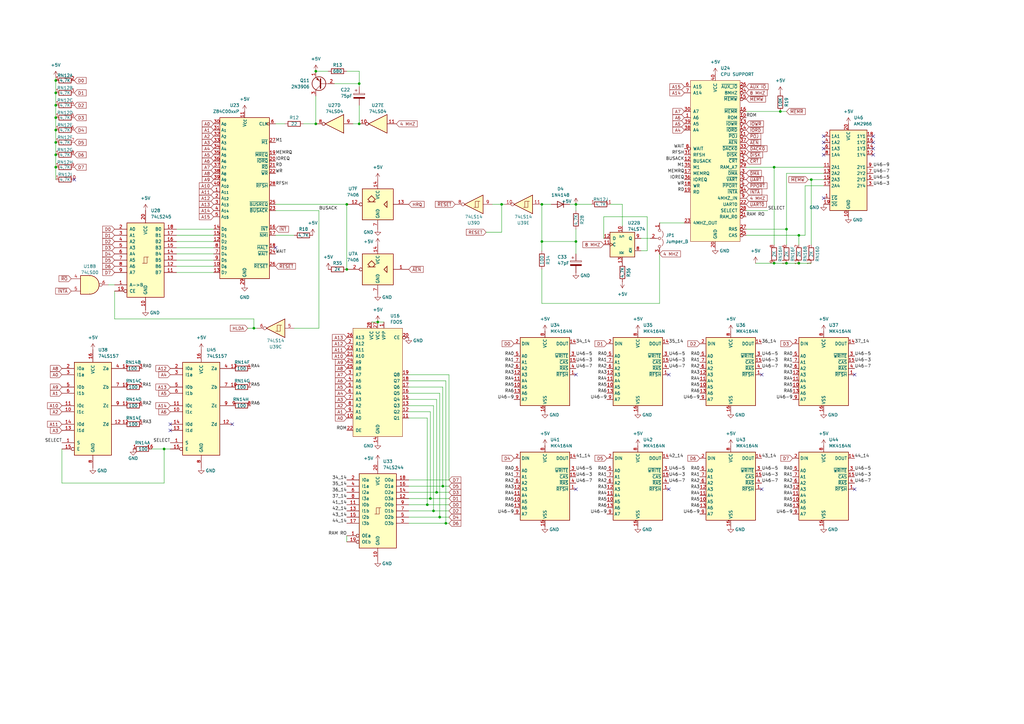
<source format=kicad_sch>
(kicad_sch (version 20250114) (generator "eeschema") (generator_version "9.0")
  (paper "A3")
  (title_block (title "C10-040-0115") (rev "5") (company "Cromemco"))
  (lib_symbols
    (symbol "74xx:74LS00" (pin_names (offset 1.016))
      (property "Reference" "U" (at 0 1.27 0))
      (property "Value" "74LS00" (at 0 -1.27 0))
      (symbol "74LS00_1_1"
        (pin input line (at -7.62 2.54 0) (length 3.81) (name "~") (number "1"))
        (pin input line (at -7.62 -2.54 0) (length 3.81) (name "~") (number "2"))
        (pin output inverted (at 7.62 0 180) (length 3.81) (name "~") (number "3"))
      )
      (symbol "74LS00_1_2"
        (pin input inverted (at -7.62 2.54 0) (length 4.318) (name "~") (number "1"))
        (pin input inverted (at -7.62 -2.54 0) (length 4.318) (name "~") (number "2"))
        (pin output line (at 7.62 0 180) (length 3.81) (name "~") (number "3"))
      )
      (symbol "74LS00_2_1"
        (pin input line (at -7.62 2.54 0) (length 3.81) (name "~") (number "4"))
        (pin input line (at -7.62 -2.54 0) (length 3.81) (name "~") (number "5"))
        (pin output inverted (at 7.62 0 180) (length 3.81) (name "~") (number "6"))
      )
      (symbol "74LS00_2_2"
        (pin input inverted (at -7.62 2.54 0) (length 4.318) (name "~") (number "4"))
        (pin input inverted (at -7.62 -2.54 0) (length 4.318) (name "~") (number "5"))
        (pin output line (at 7.62 0 180) (length 3.81) (name "~") (number "6"))
      )
      (symbol "74LS00_3_1"
        (pin input line (at -7.62 2.54 0) (length 3.81) (name "~") (number "9"))
        (pin input line (at -7.62 -2.54 0) (length 3.81) (name "~") (number "10"))
        (pin output inverted (at 7.62 0 180) (length 3.81) (name "~") (number "8"))
      )
      (symbol "74LS00_3_2"
        (pin input inverted (at -7.62 2.54 0) (length 4.318) (name "~") (number "9"))
        (pin input inverted (at -7.62 -2.54 0) (length 4.318) (name "~") (number "10"))
        (pin output line (at 7.62 0 180) (length 3.81) (name "~") (number "8"))
      )
      (symbol "74LS00_4_1"
        (pin input line (at -7.62 2.54 0) (length 3.81) (name "~") (number "12"))
        (pin input line (at -7.62 -2.54 0) (length 3.81) (name "~") (number "13"))
        (pin output inverted (at 7.62 0 180) (length 3.81) (name "~") (number "11"))
      )
      (symbol "74LS00_4_2"
        (pin input inverted (at -7.62 2.54 0) (length 4.318) (name "~") (number "12"))
        (pin input inverted (at -7.62 -2.54 0) (length 4.318) (name "~") (number "13"))
        (pin output line (at 7.62 0 180) (length 3.81) (name "~") (number "11"))
      )
      (symbol "74LS00_5_0"
        (pin power_in line (at 0 12.7 270) (length 5.08) (name "VCC") (number "14"))
        (pin power_in line (at 0 -12.7 90) (length 5.08) (name "GND") (number "7"))
      )
    )
    (symbol "74xx:74LS04"
      (property "Reference" "U" (at 0 1.27 0))
      (property "Value" "74LS04" (at 0 -1.27 0))
      (symbol "74LS04_1_0"
        (pin input line (at -7.62 0 0) (length 3.81) (name "~") (number "1"))
        (pin output inverted (at 7.62 0 180) (length 3.81) (name "~") (number "2"))
      )
      (symbol "74LS04_2_0"
        (pin input line (at -7.62 0 0) (length 3.81) (name "~") (number "3"))
        (pin output inverted (at 7.62 0 180) (length 3.81) (name "~") (number "4"))
      )
      (symbol "74LS04_3_0"
        (pin input line (at -7.62 0 0) (length 3.81) (name "~") (number "5"))
        (pin output inverted (at 7.62 0 180) (length 3.81) (name "~") (number "6"))
      )
      (symbol "74LS04_4_0"
        (pin input line (at -7.62 0 0) (length 3.81) (name "~") (number "9"))
        (pin output inverted (at 7.62 0 180) (length 3.81) (name "~") (number "8"))
      )
      (symbol "74LS04_5_0"
        (pin input line (at -7.62 0 0) (length 3.81) (name "~") (number "11"))
        (pin output inverted (at 7.62 0 180) (length 3.81) (name "~") (number "10"))
      )
      (symbol "74LS04_6_0"
        (pin input line (at -7.62 0 0) (length 3.81) (name "~") (number "13"))
        (pin output inverted (at 7.62 0 180) (length 3.81) (name "~") (number "12"))
      )
      (symbol "74LS04_7_0"
        (pin power_in line (at 0 12.7 270) (length 5.08) (name "VCC") (number "14"))
        (pin power_in line (at 0 -12.7 90) (length 5.08) (name "GND") (number "7"))
      )
    )
    (symbol "74xx:74LS14" (pin_names (offset 1.016))
      (property "Reference" "U" (at 0 1.27 0))
      (property "Value" "74LS14" (at 0 -1.27 0))
      (symbol "74LS14_1_0"
        (pin input line (at -7.62 0 0) (length 3.81) (name "~") (number "1"))
        (pin output inverted (at 7.62 0 180) (length 3.81) (name "~") (number "2"))
      )
      (symbol "74LS14_2_0"
        (pin input line (at -7.62 0 0) (length 3.81) (name "~") (number "3"))
        (pin output inverted (at 7.62 0 180) (length 3.81) (name "~") (number "4"))
      )
      (symbol "74LS14_3_0"
        (pin input line (at -7.62 0 0) (length 3.81) (name "~") (number "5"))
        (pin output inverted (at 7.62 0 180) (length 3.81) (name "~") (number "6"))
      )
      (symbol "74LS14_4_0"
        (pin input line (at -7.62 0 0) (length 3.81) (name "~") (number "9"))
        (pin output inverted (at 7.62 0 180) (length 3.81) (name "~") (number "8"))
      )
      (symbol "74LS14_5_0"
        (pin input line (at -7.62 0 0) (length 3.81) (name "~") (number "11"))
        (pin output inverted (at 7.62 0 180) (length 3.81) (name "~") (number "10"))
      )
      (symbol "74LS14_6_0"
        (pin input line (at -7.62 0 0) (length 3.81) (name "~") (number "13"))
        (pin output inverted (at 7.62 0 180) (length 3.81) (name "~") (number "12"))
      )
      (symbol "74LS14_7_0"
        (pin power_in line (at 0 12.7 270) (length 5.08) (name "VCC") (number "14"))
        (pin power_in line (at 0 -12.7 90) (length 5.08) (name "GND") (number "7"))
      )
    )
    (symbol "74xx:74LS157" (pin_names (offset 1.016))
      (property "Reference" "U" (at -7.62 19.05 0))
      (property "Value" "74LS157" (at -7.62 -21.59 0))
      (symbol "74LS157_1_0"
        (pin input line (at -12.7 15.24 0) (length 5.08) (name "I0a") (number "2"))
        (pin input line (at -12.7 12.7 0) (length 5.08) (name "I1a") (number "3"))
        (pin input line (at -12.7 7.62 0) (length 5.08) (name "I0b") (number "5"))
        (pin input line (at -12.7 5.08 0) (length 5.08) (name "I1b") (number "6"))
        (pin input line (at -12.7 0 0) (length 5.08) (name "I0c") (number "11"))
        (pin input line (at -12.7 -2.54 0) (length 5.08) (name "I1c") (number "10"))
        (pin input line (at -12.7 -7.62 0) (length 5.08) (name "I0d") (number "14"))
        (pin input line (at -12.7 -10.16 0) (length 5.08) (name "I1d") (number "13"))
        (pin input line (at -12.7 -15.24 0) (length 5.08) (name "S") (number "1"))
        (pin input inverted (at -12.7 -17.78 0) (length 5.08) (name "E") (number "15"))
        (pin power_in line (at 0 22.86 270) (length 5.08) (name "VCC") (number "16"))
        (pin power_in line (at 0 -25.4 90) (length 5.08) (name "GND") (number "8"))
        (pin output line (at 12.7 15.24 180) (length 5.08) (name "Za") (number "4"))
        (pin output line (at 12.7 7.62 180) (length 5.08) (name "Zb") (number "7"))
        (pin output line (at 12.7 0 180) (length 5.08) (name "Zc") (number "9"))
        (pin output line (at 12.7 -7.62 180) (length 5.08) (name "Zd") (number "12"))
      )
    )
    (symbol "74xx:74LS244" (pin_names (offset 1.016))
      (property "Reference" "U" (at -7.62 16.51 0))
      (property "Value" "74LS244" (at -7.62 -16.51 0))
      (symbol "74LS244_1_0"
        (pin input line (at -12.7 12.7 0) (length 5.08) (name "I0a") (number "2"))
        (pin input line (at -12.7 10.16 0) (length 5.08) (name "I1a") (number "4"))
        (pin input line (at -12.7 7.62 0) (length 5.08) (name "I2a") (number "6"))
        (pin input line (at -12.7 5.08 0) (length 5.08) (name "I3a") (number "8"))
        (pin input line (at -12.7 2.54 0) (length 5.08) (name "I0b") (number "11"))
        (pin input line (at -12.7 0 0) (length 5.08) (name "I1b") (number "13"))
        (pin input line (at -12.7 -2.54 0) (length 5.08) (name "I2b") (number "15"))
        (pin input line (at -12.7 -5.08 0) (length 5.08) (name "I3b") (number "17"))
        (pin input inverted (at -12.7 -10.16 0) (length 5.08) (name "OEa") (number "1"))
        (pin input inverted (at -12.7 -12.7 0) (length 5.08) (name "OEb") (number "19"))
        (pin power_in line (at 0 20.32 270) (length 5.08) (name "VCC") (number "20"))
        (pin power_in line (at 0 -20.32 90) (length 5.08) (name "GND") (number "10"))
        (pin tri_state line (at 12.7 12.7 180) (length 5.08) (name "O0a") (number "18"))
        (pin tri_state line (at 12.7 10.16 180) (length 5.08) (name "O1a") (number "16"))
        (pin tri_state line (at 12.7 7.62 180) (length 5.08) (name "O2a") (number "14"))
        (pin tri_state line (at 12.7 5.08 180) (length 5.08) (name "O3a") (number "12"))
        (pin tri_state line (at 12.7 2.54 180) (length 5.08) (name "O0b") (number "9"))
        (pin tri_state line (at 12.7 0 180) (length 5.08) (name "O1b") (number "7"))
        (pin tri_state line (at 12.7 -2.54 180) (length 5.08) (name "O2b") (number "5"))
        (pin tri_state line (at 12.7 -5.08 180) (length 5.08) (name "O3b") (number "3"))
      )
    )
    (symbol "74xx:74LS245" (pin_names (offset 1.016))
      (property "Reference" "U" (at -7.62 16.51 0))
      (property "Value" "74LS245" (at -7.62 -16.51 0))
      (symbol "74LS245_1_0"
        (pin tri_state line (at -12.7 12.7 0) (length 5.08) (name "A0") (number "2"))
        (pin tri_state line (at -12.7 10.16 0) (length 5.08) (name "A1") (number "3"))
        (pin tri_state line (at -12.7 7.62 0) (length 5.08) (name "A2") (number "4"))
        (pin tri_state line (at -12.7 5.08 0) (length 5.08) (name "A3") (number "5"))
        (pin tri_state line (at -12.7 2.54 0) (length 5.08) (name "A4") (number "6"))
        (pin tri_state line (at -12.7 0 0) (length 5.08) (name "A5") (number "7"))
        (pin tri_state line (at -12.7 -2.54 0) (length 5.08) (name "A6") (number "8"))
        (pin tri_state line (at -12.7 -5.08 0) (length 5.08) (name "A7") (number "9"))
        (pin input line (at -12.7 -10.16 0) (length 5.08) (name "A->B") (number "1"))
        (pin input inverted (at -12.7 -12.7 0) (length 5.08) (name "CE") (number "19"))
        (pin power_in line (at 0 20.32 270) (length 5.08) (name "VCC") (number "20"))
        (pin power_in line (at 0 -20.32 90) (length 5.08) (name "GND") (number "10"))
        (pin tri_state line (at 12.7 12.7 180) (length 5.08) (name "B0") (number "18"))
        (pin tri_state line (at 12.7 10.16 180) (length 5.08) (name "B1") (number "17"))
        (pin tri_state line (at 12.7 7.62 180) (length 5.08) (name "B2") (number "16"))
        (pin tri_state line (at 12.7 5.08 180) (length 5.08) (name "B3") (number "15"))
        (pin tri_state line (at 12.7 2.54 180) (length 5.08) (name "B4") (number "14"))
        (pin tri_state line (at 12.7 0 180) (length 5.08) (name "B5") (number "13"))
        (pin tri_state line (at 12.7 -2.54 180) (length 5.08) (name "B6") (number "12"))
        (pin tri_state line (at 12.7 -5.08 180) (length 5.08) (name "B7") (number "11"))
      )
    )
    (symbol "74xx:74LS74" (pin_names (offset 1.016))
      (property "Reference" "U" (at -7.62 8.89 0))
      (property "Value" "74LS74" (at -7.62 -8.89 0))
      (symbol "74LS74_1_0"
        (pin input line (at -7.62 2.54 0) (length 2.54) (name "D") (number "2"))
        (pin input clock (at -7.62 0 0) (length 2.54) (name "C") (number "3"))
        (pin input line (at 0 7.62 270) (length 2.54) (name "~{S}") (number "4"))
        (pin input line (at 0 -7.62 90) (length 2.54) (name "~{R}") (number "1"))
        (pin output line (at 7.62 2.54 180) (length 2.54) (name "Q") (number "5"))
        (pin output line (at 7.62 -2.54 180) (length 2.54) (name "~{Q}") (number "6"))
      )
      (symbol "74LS74_2_0"
        (pin input line (at -7.62 2.54 0) (length 2.54) (name "D") (number "12"))
        (pin input clock (at -7.62 0 0) (length 2.54) (name "C") (number "11"))
        (pin input line (at 0 7.62 270) (length 2.54) (name "~{S}") (number "10"))
        (pin input line (at 0 -7.62 90) (length 2.54) (name "~{R}") (number "13"))
        (pin output line (at 7.62 2.54 180) (length 2.54) (name "Q") (number "9"))
        (pin output line (at 7.62 -2.54 180) (length 2.54) (name "~{Q}") (number "8"))
      )
      (symbol "74LS74_3_0"
        (pin power_in line (at 0 10.16 270) (length 2.54) (name "VCC") (number "14"))
        (pin power_in line (at 0 -10.16 90) (length 2.54) (name "GND") (number "7"))
      )
    )
    (symbol "74xx_IEEE:7406"
      (property "Reference" "U" (at 3.81 7.62 0))
      (property "Value" "7406" (at 6.35 -8.89 0))
      (symbol "7406_0_1"
        (pin power_in line (at 0 10.16 270) (length 3.81) (name "VCC") (number "14"))
        (pin power_in line (at 0 -10.16 90) (length 3.81) (name "GND") (number "7"))
      )
      (symbol "7406_1_1"
        (pin input line (at -12.7 0 0) (length 6.35) (name "~") (number "1"))
        (pin open_collector inverted (at 12.7 0 180) (length 6.35) (name "~") (number "2"))
      )
      (symbol "7406_2_1"
        (pin input line (at -12.7 0 0) (length 6.35) (name "~") (number "3"))
        (pin open_collector inverted (at 12.7 0 180) (length 6.35) (name "~") (number "4"))
      )
      (symbol "7406_3_1"
        (pin input line (at -12.7 0 0) (length 6.35) (name "~") (number "5"))
        (pin open_collector inverted (at 12.7 0 180) (length 6.35) (name "~") (number "6"))
      )
      (symbol "7406_4_1"
        (pin input line (at -12.7 0 0) (length 6.35) (name "~") (number "9"))
        (pin open_collector inverted (at 12.7 0 180) (length 6.35) (name "~") (number "8"))
      )
      (symbol "7406_5_1"
        (pin input line (at -12.7 0 0) (length 6.35) (name "~") (number "11"))
        (pin open_collector inverted (at 12.7 0 180) (length 6.35) (name "~") (number "10"))
      )
      (symbol "7406_6_1"
        (pin input line (at -12.7 0 0) (length 6.35) (name "~") (number "13"))
        (pin open_collector inverted (at 12.7 0 180) (length 6.35) (name "~") (number "12"))
      )
    )
    (symbol "CPU:Z84C00xxP"
      (property "Reference" "U" (at -9.652 34.798 0))
      (property "Value" "Z84C00xxP" (at 3.81 34.798 0))
      (symbol "Z84C00xxP_1_1"
        (pin input clock (at -12.7 30.48 0) (length 2.54) (name "CLK") (number "6"))
        (pin output line (at -12.7 22.86 0) (length 2.54) (name "~{M1}") (number "27"))
        (pin tri_state line (at -12.7 17.78 0) (length 2.54) (name "~{MREQ}") (number "19"))
        (pin tri_state line (at -12.7 15.24 0) (length 2.54) (name "~{IORQ}") (number "20"))
        (pin tri_state line (at -12.7 12.7 0) (length 2.54) (name "~{RD}") (number "21"))
        (pin tri_state line (at -12.7 10.16 0) (length 2.54) (name "~{WR}") (number "22"))
        (pin output line (at -12.7 5.08 0) (length 2.54) (name "~{RFSH}") (number "28"))
        (pin input line (at -12.7 -2.54 0) (length 2.54) (name "~{BUSREQ}") (number "25"))
        (pin output line (at -12.7 -5.08 0) (length 2.54) (name "~{BUSACK}") (number "23"))
        (pin input line (at -12.7 -12.7 0) (length 2.54) (name "~{INT}") (number "16"))
        (pin input line (at -12.7 -15.24 0) (length 2.54) (name "~{NMI}") (number "17"))
        (pin output line (at -12.7 -20.32 0) (length 2.54) (name "~{HALT}") (number "18"))
        (pin input line (at -12.7 -22.86 0) (length 2.54) (name "~{WAIT}") (number "24"))
        (pin input line (at -12.7 -27.94 0) (length 2.54) (name "~{RESET}") (number "26"))
        (pin power_in line (at 0 35.56 270) (length 2.54) (name "V_{CC}") (number "11"))
        (pin power_in line (at 0 -35.56 90) (length 2.54) (name "GND") (number "29"))
        (pin tri_state line (at 12.7 30.48 180) (length 2.54) (name "A_{0}") (number "30"))
        (pin tri_state line (at 12.7 27.94 180) (length 2.54) (name "A_{1}") (number "31"))
        (pin tri_state line (at 12.7 25.4 180) (length 2.54) (name "A_{2}") (number "32"))
        (pin tri_state line (at 12.7 22.86 180) (length 2.54) (name "A_{3}") (number "33"))
        (pin tri_state line (at 12.7 20.32 180) (length 2.54) (name "A_{4}") (number "34"))
        (pin tri_state line (at 12.7 17.78 180) (length 2.54) (name "A_{5}") (number "35"))
        (pin tri_state line (at 12.7 15.24 180) (length 2.54) (name "A_{6}") (number "36"))
        (pin tri_state line (at 12.7 12.7 180) (length 2.54) (name "A_{7}") (number "37"))
        (pin tri_state line (at 12.7 10.16 180) (length 2.54) (name "A_{8}") (number "38"))
        (pin tri_state line (at 12.7 7.62 180) (length 2.54) (name "A_{9}") (number "39"))
        (pin tri_state line (at 12.7 5.08 180) (length 2.54) (name "A_{10}") (number "40"))
        (pin tri_state line (at 12.7 2.54 180) (length 2.54) (name "A_{11}") (number "1"))
        (pin tri_state line (at 12.7 0 180) (length 2.54) (name "A_{12}") (number "2"))
        (pin tri_state line (at 12.7 -2.54 180) (length 2.54) (name "A_{13}") (number "3"))
        (pin tri_state line (at 12.7 -5.08 180) (length 2.54) (name "A_{14}") (number "4"))
        (pin tri_state line (at 12.7 -7.62 180) (length 2.54) (name "A_{15}") (number "5"))
        (pin bidirectional line (at 12.7 -12.7 180) (length 2.54) (name "D_{0}") (number "14"))
        (pin bidirectional line (at 12.7 -15.24 180) (length 2.54) (name "D_{1}") (number "15"))
        (pin bidirectional line (at 12.7 -17.78 180) (length 2.54) (name "D_{2}") (number "12"))
        (pin bidirectional line (at 12.7 -20.32 180) (length 2.54) (name "D_{3}") (number "8"))
        (pin bidirectional line (at 12.7 -22.86 180) (length 2.54) (name "D_{4}") (number "7"))
        (pin bidirectional line (at 12.7 -25.4 180) (length 2.54) (name "D_{5}") (number "9"))
        (pin bidirectional line (at 12.7 -27.94 180) (length 2.54) (name "D_{6}") (number "10"))
        (pin bidirectional line (at 12.7 -30.48 180) (length 2.54) (name "D_{7}") (number "13"))
      )
    )
    (symbol "Common_Alessio:R_Pack08_SIP_Split" (pin_names (offset 0) (hide yes))
      (property "Reference" "RN" (at 2.032 0 90))
      (property "Value" "R_Pack08_SIP_Split" (at 4.572 -0.254 90))
      (symbol "R_Pack08_SIP_Split_1_1"
        (pin passive line (at 0 3.81 270) (length 1.27) (name "R1.2") (number "16"))
        (pin passive line (at 0 -3.81 90) (length 1.27) (name "R1.1") (number "1"))
      )
      (symbol "R_Pack08_SIP_Split_2_1"
        (pin passive line (at 0 3.81 270) (length 1.27) (name "R2.2") (number "14"))
        (pin passive line (at 0 -3.81 90) (length 1.27) (name "R2.1") (number "3"))
      )
      (symbol "R_Pack08_SIP_Split_3_1"
        (pin passive line (at 0 3.81 270) (length 1.27) (name "R3.2") (number "15"))
        (pin passive line (at 0 -3.81 90) (length 1.27) (name "R3.1") (number "2"))
      )
      (symbol "R_Pack08_SIP_Split_4_1"
        (pin passive line (at 0 3.81 270) (length 1.27) (name "R4.2") (number "11"))
        (pin passive line (at 0 -3.81 90) (length 1.27) (name "R4.1") (number "6"))
      )
      (symbol "R_Pack08_SIP_Split_5_1"
        (pin passive line (at 0 3.81 270) (length 1.27) (name "R5.2") (number "12"))
        (pin passive line (at 0 -3.81 90) (length 1.27) (name "R5.1") (number "5"))
      )
      (symbol "R_Pack08_SIP_Split_6_1"
        (pin passive line (at 0 3.81 270) (length 1.27) (name "R6.2") (number "13"))
        (pin passive line (at 0 -3.81 90) (length 1.27) (name "R6.1") (number "4"))
      )
      (symbol "R_Pack08_SIP_Split_7_1"
        (pin passive line (at 0 3.81 270) (length 1.27) (name "R7.2") (number "10"))
        (pin passive line (at 0 -3.81 90) (length 1.27) (name "R7.1") (number "7"))
      )
      (symbol "R_Pack08_SIP_Split_8_0"
        (pin passive line (at 0 3.81 270) (length 1.27) (name "R8.2") (number "8"))
        (pin passive line (at 0 -3.81 90) (length 1.27) (name "R8.1") (number "9"))
      )
    )
    (symbol "Cromemco_C10:AM2966"
      (property "Reference" "U" (at 30.988 10.16 0))
      (property "Value" "AM2966" (at 32.258 12.7 0))
      (symbol "AM2966_1_1"
        (pin input line (at 0 -5.08 0) (length 2.54) (name "1A1") (number "2"))
        (pin input line (at 0 -7.62 0) (length 2.54) (name "1A2") (number "4"))
        (pin input line (at 0 -10.16 0) (length 2.54) (name "1A3") (number "6"))
        (pin input line (at 0 -12.7 0) (length 2.54) (name "1A4") (number "8"))
        (pin input line (at 0 -17.78 0) (length 2.54) (name "2A1") (number "11"))
        (pin input line (at 0 -20.32 0) (length 2.54) (name "2A2") (number "13"))
        (pin input line (at 0 -22.86 0) (length 2.54) (name "2A3") (number "15"))
        (pin input line (at 0 -25.4 0) (length 2.54) (name "2A4") (number "17"))
        (pin input line (at 0 -30.48 0) (length 2.54) (name "~{1G}") (number "1"))
        (pin input line (at 0 -33.02 0) (length 2.54) (name "~{2G}") (number "19"))
        (pin power_in line (at 10.16 0 270) (length 2.54) (name "VCC") (number "20"))
        (pin power_in line (at 10.16 -38.1 90) (length 2.54) (name "GND") (number "10"))
        (pin output line (at 20.32 -5.08 180) (length 2.54) (name "1Y1") (number "18"))
        (pin output line (at 20.32 -7.62 180) (length 2.54) (name "1Y2") (number "16"))
        (pin output line (at 20.32 -10.16 180) (length 2.54) (name "1Y3") (number "14"))
        (pin output line (at 20.32 -12.7 180) (length 2.54) (name "1Y4") (number "12"))
        (pin output line (at 20.32 -17.78 180) (length 2.54) (name "2Y1") (number "9"))
        (pin output line (at 20.32 -20.32 180) (length 2.54) (name "2Y2") (number "7"))
        (pin output line (at 20.32 -22.86 180) (length 2.54) (name "2Y3") (number "5"))
        (pin output line (at 20.32 -25.4 180) (length 2.54) (name "2Y4") (number "3"))
      )
    )
    (symbol "Cromemco_C10:CROMEMCO_U16" (pin_names (offset 1.016))
      (property "Reference" "U" (at 15.24 43.18 0))
      (property "Value" "FDOS" (at 15.24 40.64 0))
      (symbol "CROMEMCO_U16_0_0"
        (pin input line (at -12.7 34.29 0) (length 2.54) (name "A13") (number "26"))
        (pin input line (at -12.7 31.75 0) (length 2.54) (name "A12") (number "2"))
        (pin input line (at -12.7 13.97 0) (length 2.54) (name "A5") (number "5"))
        (pin input line (at -12.7 11.43 0) (length 2.54) (name "A4") (number "6"))
        (pin input line (at -12.7 3.81 0) (length 2.54) (name "A1") (number "9"))
        (pin input line (at -12.7 1.27 0) (length 2.54) (name "A0") (number "10"))
        (pin power_in line (at -2.54 40.64 270) (length 2.54) (name "VCC") (number "28"))
        (pin input line (at 12.7 3.81 180) (length 2.54) (name "Q2") (number "12"))
        (pin input line (at 12.7 1.27 180) (length 2.54) (name "Q1") (number "11"))
      )
      (symbol "CROMEMCO_U16_1_0"
        (pin input line (at -12.7 29.21 0) (length 2.54) (name "A11") (number "23"))
        (pin input line (at -12.7 26.67 0) (length 2.54) (name "A10") (number "21"))
        (pin input line (at -12.7 24.13 0) (length 2.54) (name "A9") (number "24"))
        (pin input line (at -12.7 21.59 0) (length 2.54) (name "A8") (number "25"))
        (pin input line (at -12.7 19.05 0) (length 2.54) (name "A7") (number "3"))
        (pin input line (at -12.7 16.51 0) (length 2.54) (name "A6") (number "4"))
        (pin input line (at -12.7 8.89 0) (length 2.54) (name "A3") (number "7"))
        (pin input line (at -12.7 6.35 0) (length 2.54) (name "A2") (number "8"))
        (pin input line (at -12.7 -3.81 0) (length 2.54) (name "DE") (number "22"))
        (pin power_in line (at 0 40.64 270) (length 2.54) (name "VCC") (number "27"))
        (pin power_in line (at 0 -8.89 90) (length 2.54) (name "GND") (number "14"))
        (pin power_in line (at 2.54 40.64 270) (length 2.54) (name "VPP") (number "1"))
        (pin input inverted (at 12.7 34.29 180) (length 2.54) (name "CE") (number "20"))
        (pin input line (at 12.7 19.05 180) (length 2.54) (name "Q8") (number "19"))
        (pin input line (at 12.7 16.51 180) (length 2.54) (name "Q7") (number "18"))
        (pin input line (at 12.7 13.97 180) (length 2.54) (name "Q6") (number "17"))
        (pin input line (at 12.7 11.43 180) (length 2.54) (name "Q5") (number "16"))
        (pin input line (at 12.7 8.89 180) (length 2.54) (name "Q4") (number "15"))
        (pin input line (at 12.7 6.35 180) (length 2.54) (name "Q3") (number "13"))
      )
    )
    (symbol "Cromemco_C10:CROMEMCO_U24" (pin_names (offset 1.016))
      (property "Reference" "U" (at 15.24 43.18 0))
      (property "Value" "CPU SUPPORT" (at 15.24 40.64 0))
      (symbol "CROMEMCO_U24_0_0"
        (pin input line (at -12.7 35.56 0) (length 2.54) (name "A15") (number "6"))
        (pin input line (at -12.7 25.4 0) (length 2.54) (name "A7") (number "30"))
        (pin output inverted (at 12.7 22.86 180) (length 2.54) (name "ROM") (number "10"))
        (pin output inverted (at 12.7 7.62 180) (length 2.54) (name "~{DISK}") (number "32"))
        (pin input line (at 12.7 -10.16 180) (length 2.54) (name "4MHZ_IN") (number "9"))
        (pin output inverted (at 12.7 -15.24 180) (length 2.54) (name "SELECT") (number "28"))
      )
      (symbol "CROMEMCO_U24_1_0"
        (pin input line (at -12.7 33.02 0) (length 2.54) (name "A14") (number "7"))
        (pin input line (at -12.7 22.86 0) (length 2.54) (name "A6") (number "1"))
        (pin input line (at -12.7 20.32 0) (length 2.54) (name "A5") (number "39"))
        (pin input line (at -12.7 17.78 0) (length 2.54) (name "A4") (number "38"))
        (pin output inverted (at -12.7 10.16 0) (length 2.54) (name "WAIT") (number "8"))
        (pin input line (at -12.7 7.62 0) (length 2.54) (name "RFSH") (number "31"))
        (pin input line (at -12.7 5.08 0) (length 2.54) (name "BUSACK") (number "12"))
        (pin input line (at -12.7 2.54 0) (length 2.54) (name "M1") (number "35"))
        (pin input line (at -12.7 0 0) (length 2.54) (name "MEMRQ") (number "17"))
        (pin input line (at -12.7 -2.54 0) (length 2.54) (name "IOREQ") (number "36"))
        (pin input line (at -12.7 -5.08 0) (length 2.54) (name "WR") (number "18"))
        (pin input line (at -12.7 -7.62 0) (length 2.54) (name "RD") (number "19"))
        (pin output line (at -12.7 -20.32 0) (length 2.54) (name "4MHZ_OUT") (number "23"))
        (pin power_in line (at 0 40.64 270) (length 2.54) (name "VCC") (number "40"))
        (pin power_in line (at 0 -30.48 90) (length 2.54) (name "GND") (number "20"))
        (pin output inverted (at 12.7 35.56 180) (length 2.54) (name "~{AUX_IO}") (number "26"))
        (pin output inverted (at 12.7 33.02 180) (length 2.54) (name "8MHZ") (number "24"))
        (pin input inverted (at 12.7 30.48 180) (length 2.54) (name "~{MEMW}") (number "15"))
        (pin input inverted (at 12.7 25.4 180) (length 2.54) (name "~{MEMR}") (number "16"))
        (pin input inverted (at 12.7 20.32 180) (length 2.54) (name "~{IOWR}") (number "13"))
        (pin input inverted (at 12.7 17.78 180) (length 2.54) (name "~{IORD}") (number "14"))
        (pin bidirectional inverted (at 12.7 15.24 180) (length 2.54) (name "~{POJ}") (number "11"))
        (pin output line (at 12.7 12.7 180) (length 2.54) (name "~{AEN}") (number "37"))
        (pin input line (at 12.7 10.16 180) (length 2.54) (name "~{DACK0}") (number "33"))
        (pin output inverted (at 12.7 5.08 180) (length 2.54) (name "~{CRT}") (number "2"))
        (pin output line (at 12.7 2.54 180) (length 2.54) (name "RAM_A7") (number "29"))
        (pin bidirectional inverted (at 12.7 0 180) (length 2.54) (name "~{DMA}") (number "3"))
        (pin output inverted (at 12.7 -2.54 180) (length 2.54) (name "~{VART}") (number "5"))
        (pin output inverted (at 12.7 -5.08 180) (length 2.54) (name "~{PPORT}") (number "4"))
        (pin output inverted (at 12.7 -7.62 180) (length 2.54) (name "~{INTA}") (number "34"))
        (pin output line (at 12.7 -12.7 180) (length 2.54) (name "UART0") (number "22"))
        (pin output inverted (at 12.7 -17.78 180) (length 2.54) (name "RAM_R0") (number "21"))
        (pin output inverted (at 12.7 -22.86 180) (length 2.54) (name "RAS") (number "27"))
        (pin output inverted (at 12.7 -25.4 180) (length 2.54) (name "CAS") (number "25"))
      )
    )
    (symbol "Cromemco_C10:MK4164N"
      (property "Reference" "U" (at -10.16 16.256 0))
      (property "Value" "MK4164N" (at 2.54 16.256 0))
      (symbol "MK4164N_0_0"
        (pin input line (at -12.7 -10.16 0) (length 2.54) (name "A7") (number "9"))
        (pin power_in line (at 0 17.78 270) (length 2.54) (name "VCC") (number "8"))
        (pin power_in line (at 0 -15.24 90) (length 2.54) (name "VSS") (number "16"))
        (pin input line (at 12.7 0 180) (length 2.54) (name "~{RFSH}") (number "1"))
      )
      (symbol "MK4164N_1_1"
        (pin input line (at -12.7 12.7 0) (length 2.54) (name "DIN") (number "2"))
        (pin input line (at -12.7 7.62 0) (length 2.54) (name "A0") (number "5"))
        (pin input line (at -12.7 5.08 0) (length 2.54) (name "A1") (number "7"))
        (pin input line (at -12.7 2.54 0) (length 2.54) (name "A2") (number "6"))
        (pin input line (at -12.7 0 0) (length 2.54) (name "A3") (number "12"))
        (pin input line (at -12.7 -2.54 0) (length 2.54) (name "A4") (number "11"))
        (pin input line (at -12.7 -5.08 0) (length 2.54) (name "A5") (number "10"))
        (pin input line (at -12.7 -7.62 0) (length 2.54) (name "A6") (number "13"))
        (pin tri_state line (at 12.7 12.7 180) (length 2.54) (name "DOUT") (number "14"))
        (pin input line (at 12.7 7.62 180) (length 2.54) (name "~{WRITE}") (number "3"))
        (pin input line (at 12.7 5.08 180) (length 2.54) (name "~{CAS}") (number "15"))
        (pin input line (at 12.7 2.54 180) (length 2.54) (name "~{RAS}") (number "4"))
      )
    )
    (symbol "Device:C_Polarized" (pin_numbers (hide yes)) (pin_names (offset 0.254))
      (property "Reference" "C" (at 0.635 2.54 0))
      (property "Value" "C_Polarized" (at 0.635 -2.54 0))
      (symbol "C_Polarized_1_1"
        (pin passive line (at 0 3.81 270) (length 2.794) (name "~") (number "1"))
        (pin passive line (at 0 -3.81 90) (length 2.794) (name "~") (number "2"))
      )
    )
    (symbol "Device:R" (pin_numbers (hide yes)) (pin_names (offset 0))
      (property "Reference" "R" (at 2.032 0 90))
      (property "Value" "R" (at 0 0 90))
      (symbol "R_1_1"
        (pin passive line (at 0 3.81 270) (length 1.27) (name "~") (number "1"))
        (pin passive line (at 0 -3.81 90) (length 1.27) (name "~") (number "2"))
      )
    )
    (symbol "Device:R_Network10_Split" (pin_names (offset 0) (hide yes))
      (property "Reference" "RN" (at 2.032 0 90))
      (property "Value" "R_Network10_Split" (at 0 0 90))
      (symbol "R_Network10_Split_0_1"
        (pin passive line (at 0 3.81 270) (length 1.27) (name "R1") (number "1"))
      )
      (symbol "R_Network10_Split_1_1"
        (pin passive line (at 0 -3.81 90) (length 1.27) (name "R1.2") (number "2"))
      )
      (symbol "R_Network10_Split_2_1"
        (pin passive line (at 0 -3.81 90) (length 1.27) (name "R2.2") (number "3"))
      )
      (symbol "R_Network10_Split_3_1"
        (pin passive line (at 0 -3.81 90) (length 1.27) (name "R3.2") (number "4"))
      )
      (symbol "R_Network10_Split_4_1"
        (pin passive line (at 0 -3.81 90) (length 1.27) (name "R4.2") (number "5"))
      )
      (symbol "R_Network10_Split_5_1"
        (pin passive line (at 0 -3.81 90) (length 1.27) (name "R5.2") (number "6"))
      )
      (symbol "R_Network10_Split_6_1"
        (pin passive line (at 0 -3.81 90) (length 1.27) (name "R6.2") (number "7"))
      )
      (symbol "R_Network10_Split_7_1"
        (pin passive line (at 0 -3.81 90) (length 1.27) (name "R7.2") (number "8"))
      )
      (symbol "R_Network10_Split_8_1"
        (pin passive line (at 0 -3.81 90) (length 1.27) (name "R8.2") (number "9"))
      )
      (symbol "R_Network10_Split_9_1"
        (pin passive line (at 0 -3.81 90) (length 1.27) (name "R9.2") (number "10"))
      )
      (symbol "R_Network10_Split_10_1"
        (pin passive line (at 0 -3.81 90) (length 1.27) (name "R10.2") (number "11"))
      )
    )
    (symbol "Device:R_Pack08_Split" (pin_names (offset 0) (hide yes))
      (property "Reference" "RN" (at 2.032 0 90))
      (property "Value" "R_Pack08_Split" (at 0 0 90))
      (symbol "R_Pack08_Split_1_1"
        (pin passive line (at 0 3.81 270) (length 1.27) (name "R1.2") (number "16"))
        (pin passive line (at 0 -3.81 90) (length 1.27) (name "R1.1") (number "1"))
      )
      (symbol "R_Pack08_Split_2_1"
        (pin passive line (at 0 3.81 270) (length 1.27) (name "R2.2") (number "15"))
        (pin passive line (at 0 -3.81 90) (length 1.27) (name "R2.1") (number "2"))
      )
      (symbol "R_Pack08_Split_3_1"
        (pin passive line (at 0 3.81 270) (length 1.27) (name "R3.2") (number "14"))
        (pin passive line (at 0 -3.81 90) (length 1.27) (name "R3.1") (number "3"))
      )
      (symbol "R_Pack08_Split_4_1"
        (pin passive line (at 0 3.81 270) (length 1.27) (name "R4.2") (number "13"))
        (pin passive line (at 0 -3.81 90) (length 1.27) (name "R4.1") (number "4"))
      )
      (symbol "R_Pack08_Split_5_1"
        (pin passive line (at 0 3.81 270) (length 1.27) (name "R5.2") (number "12"))
        (pin passive line (at 0 -3.81 90) (length 1.27) (name "R5.1") (number "5"))
      )
      (symbol "R_Pack08_Split_6_1"
        (pin passive line (at 0 3.81 270) (length 1.27) (name "R6.2") (number "11"))
        (pin passive line (at 0 -3.81 90) (length 1.27) (name "R6.1") (number "6"))
      )
      (symbol "R_Pack08_Split_7_1"
        (pin passive line (at 0 3.81 270) (length 1.27) (name "R7.2") (number "10"))
        (pin passive line (at 0 -3.81 90) (length 1.27) (name "R7.1") (number "7"))
      )
      (symbol "R_Pack08_Split_8_1"
        (pin passive line (at 0 3.81 270) (length 1.27) (name "R8.2") (number "9"))
        (pin passive line (at 0 -3.81 90) (length 1.27) (name "R8.1") (number "8"))
      )
    )
    (symbol "Diode:1N4148" (pin_numbers (hide yes)) (pin_names (hide yes))
      (property "Reference" "D" (at 0 2.54 0))
      (property "Value" "1N4148" (at 0 -2.54 0))
      (symbol "1N4148_1_1"
        (pin passive line (at -3.81 0 0) (length 2.54) (name "K") (number "1"))
        (pin passive line (at 3.81 0 180) (length 2.54) (name "A") (number "2"))
      )
    )
    (symbol "Jumper:Jumper_3_Open" (pin_names (offset 0) (hide yes)) (in_bom no)
      (property "Reference" "JP" (at -2.54 -2.54 0))
      (property "Value" "Jumper_3_Open" (at 0 2.794 0))
      (symbol "Jumper_3_Open_1_1"
        (pin passive line (at -6.35 0 0) (length 2.54) (name "A") (number "1"))
        (pin passive line (at 0 -3.81 90) (length 2.54) (name "C") (number "2"))
        (pin passive line (at 6.35 0 180) (length 2.54) (name "B") (number "3"))
      )
    )
    (symbol "Transistor_BJT:2N3906" (pin_names (offset 0) (hide yes))
      (property "Reference" "Q" (at 5.08 1.905 0))
      (property "Value" "2N3906" (at 5.08 0 0))
      (symbol "2N3906_1_1"
        (pin input line (at -5.08 0 0) (length 2.54) (name "B") (number "2"))
        (pin passive line (at 2.54 5.08 270) (length 2.54) (name "C") (number "3"))
        (pin passive line (at 2.54 -5.08 90) (length 2.54) (name "E") (number "1"))
      )
    )
    (symbol "power:+5V" (power) (pin_numbers (hide yes)) (pin_names (offset 0) (hide yes))
      (property "Value" "+5V" (at 0 3.556 0))
      (symbol "+5V_1_1"
        (pin power_in line (at 0 0 90) (length 0) (name "~") (number "1"))
      )
    )
    (symbol "power:GND" (power) (pin_numbers (hide yes)) (pin_names (offset 0) (hide yes))
      (property "Value" "GND" (at 0 -3.81 0))
      (symbol "GND_1_1"
        (pin power_in line (at 0 0 270) (length 0) (name "~") (number "1"))
      )
    )
  )
  (junction (at 154.94 132.08))
  (junction (at 317.5 107.95))
  (junction (at 22.86 63.5))
  (junction (at 142.24 110.49))
  (junction (at 205.74 83.82))
  (junction (at 147.32 50.8))
  (junction (at 177.8 209.55))
  (junction (at 22.86 43.18))
  (junction (at 236.22 83.82))
  (junction (at 327.66 96.52))
  (junction (at 22.86 33.02))
  (junction (at 22.86 58.42))
  (junction (at 142.24 83.82))
  (junction (at 322.58 107.95))
  (junction (at 317.5 68.58))
  (junction (at 129.54 29.21))
  (junction (at 322.58 93.98))
  (junction (at 147.32 34.29))
  (junction (at 176.53 204.47))
  (junction (at 327.66 107.95))
  (junction (at 222.25 99.06))
  (junction (at 22.86 48.26))
  (junction (at 22.86 38.1))
  (junction (at 67.31 184.15))
  (junction (at 332.74 73.66))
  (junction (at 236.22 99.06))
  (junction (at 222.25 83.82))
  (junction (at 182.88 214.63))
  (junction (at 180.34 212.09))
  (junction (at 181.61 199.39))
  (junction (at 22.86 68.58))
  (junction (at 22.86 53.34))
  (junction (at 104.14 134.62))
  (junction (at 179.07 201.93))
  (junction (at 175.26 207.01))
  (junction (at 129.54 50.8))
  (junction (at 320.04 45.72))
  (no_connect (at 95.25 173.99))
  (no_connect (at 69.85 327.66))
  (no_connect (at 66.04 304.8))
  (no_connect (at 312.42 153.67))
  (no_connect (at 337.82 63.5))
  (no_connect (at 73.66 314.96))
  (no_connect (at 312.42 200.66))
  (no_connect (at 236.22 153.67))
  (no_connect (at 337.82 81.28))
  (no_connect (at 69.85 173.99))
  (no_connect (at 274.32 153.67))
  (no_connect (at 274.32 200.66))
  (no_connect (at 113.03 101.6))
  (no_connect (at 77.47 332.74))
  (no_connect (at 337.82 58.42))
  (no_connect (at 358.14 58.42))
  (no_connect (at 73.66 299.72))
  (no_connect (at 69.85 176.53))
  (no_connect (at 337.82 55.88))
  (no_connect (at 69.85 332.74))
  (no_connect (at 358.14 60.96))
  (no_connect (at 358.14 63.5))
  (no_connect (at 81.28 304.8))
  (no_connect (at 30.48 73.66))
  (no_connect (at 350.52 153.67))
  (no_connect (at 236.22 200.66))
  (no_connect (at 81.28 309.88))
  (no_connect (at 69.85 337.82))
  (no_connect (at 337.82 60.96))
  (no_connect (at 77.47 337.82))
  (no_connect (at 66.04 307.34))
  (no_connect (at 69.85 322.58))
  (no_connect (at 350.52 200.66))
  (no_connect (at 77.47 327.66))
  (no_connect (at 77.47 322.58))
  (no_connect (at 358.14 55.88))
  (wire (pts (xy 46.99 130.81) (xy 104.14 130.81)))
  (wire (pts (xy 87.63 101.6) (xy 72.39 101.6)))
  (wire (pts (xy 322.58 93.98) (xy 322.58 71.12)))
  (wire (pts (xy 120.65 96.52) (xy 113.03 96.52)))
  (wire (pts (xy 22.86 33.02) (xy 22.86 38.1)))
  (wire (pts (xy 306.07 68.58) (xy 317.5 68.58)))
  (wire (pts (xy 147.32 50.8) (xy 147.32 43.18)))
  (wire (pts (xy 87.63 106.68) (xy 72.39 106.68)))
  (wire (pts (xy 184.15 204.47) (xy 176.53 204.47)))
  (wire (pts (xy 184.15 207.01) (xy 175.26 207.01)))
  (wire (pts (xy 255.27 92.71) (xy 255.27 83.82)))
  (wire (pts (xy 222.25 99.06) (xy 236.22 99.06)))
  (wire (pts (xy 177.8 209.55) (xy 167.64 209.55)))
  (wire (pts (xy 130.81 86.36) (xy 130.81 134.62)))
  (wire (pts (xy 205.74 95.25) (xy 205.74 83.82)))
  (wire (pts (xy 181.61 199.39) (xy 184.15 199.39)))
  (wire (pts (xy 175.26 171.45) (xy 175.26 207.01)))
  (wire (pts (xy 176.53 168.91) (xy 176.53 204.47)))
  (wire (pts (xy 104.14 130.81) (xy 104.14 134.62)))
  (wire (pts (xy 236.22 83.82) (xy 236.22 86.36)))
  (wire (pts (xy 322.58 71.12) (xy 337.82 71.12)))
  (wire (pts (xy 236.22 104.14) (xy 236.22 99.06)))
  (wire (pts (xy 116.84 50.8) (xy 113.03 50.8)))
  (wire (pts (xy 67.31 184.15) (xy 67.31 198.12)))
  (wire (pts (xy 22.86 31.75) (xy 22.86 33.02)))
  (wire (pts (xy 314.96 86.36) (xy 306.07 86.36)))
  (wire (pts (xy 22.86 48.26) (xy 22.86 53.34)))
  (wire (pts (xy 327.66 107.95) (xy 332.74 107.95)))
  (wire (pts (xy 330.2 76.2) (xy 337.82 76.2)))
  (wire (pts (xy 22.86 38.1) (xy 22.86 43.18)))
  (wire (pts (xy 184.15 201.93) (xy 179.07 201.93)))
  (wire (pts (xy 317.5 68.58) (xy 337.82 68.58)))
  (wire (pts (xy 113.03 83.82) (xy 142.24 83.82)))
  (wire (pts (xy 175.26 207.01) (xy 167.64 207.01)))
  (wire (pts (xy 25.4 198.12) (xy 25.4 184.15)))
  (wire (pts (xy 270.51 91.44) (xy 280.67 91.44)))
  (wire (pts (xy 167.64 158.75) (xy 181.61 158.75)))
  (wire (pts (xy 113.03 86.36) (xy 130.81 86.36)))
  (wire (pts (xy 184.15 209.55) (xy 177.8 209.55)))
  (wire (pts (xy 236.22 99.06) (xy 236.22 93.98)))
  (wire (pts (xy 317.5 107.95) (xy 322.58 107.95)))
  (wire (pts (xy 320.04 45.72) (xy 306.07 45.72)))
  (wire (pts (xy 167.64 168.91) (xy 176.53 168.91)))
  (wire (pts (xy 331.47 73.66) (xy 332.74 73.66)))
  (wire (pts (xy 87.63 93.98) (xy 72.39 93.98)))
  (wire (pts (xy 152.4 132.08) (xy 154.94 132.08)))
  (wire (pts (xy 46.99 119.38) (xy 46.99 130.81)))
  (wire (pts (xy 142.24 219.71) (xy 142.24 222.25)))
  (wire (pts (xy 270.51 104.14) (xy 270.51 124.46)))
  (wire (pts (xy 265.43 102.87) (xy 265.43 88.9)))
  (wire (pts (xy 87.63 96.52) (xy 72.39 96.52)))
  (wire (pts (xy 327.66 96.52) (xy 330.2 96.52)))
  (wire (pts (xy 184.15 153.67) (xy 184.15 196.85)))
  (wire (pts (xy 87.63 109.22) (xy 72.39 109.22)))
  (wire (pts (xy 87.63 111.76) (xy 72.39 111.76)))
  (wire (pts (xy 179.07 201.93) (xy 167.64 201.93)))
  (wire (pts (xy 222.25 102.87) (xy 222.25 99.06)))
  (wire (pts (xy 184.15 214.63) (xy 182.88 214.63)))
  (wire (pts (xy 182.88 156.21) (xy 182.88 214.63)))
  (wire (pts (xy 137.16 34.29) (xy 147.32 34.29)))
  (wire (pts (xy 309.88 107.95) (xy 317.5 107.95)))
  (wire (pts (xy 199.39 95.25) (xy 205.74 95.25)))
  (wire (pts (xy 167.64 199.39) (xy 181.61 199.39)))
  (wire (pts (xy 101.6 134.62) (xy 104.14 134.62)))
  (wire (pts (xy 167.64 161.29) (xy 180.34 161.29)))
  (wire (pts (xy 176.53 204.47) (xy 167.64 204.47)))
  (wire (pts (xy 180.34 212.09) (xy 167.64 212.09)))
  (wire (pts (xy 262.89 97.79) (xy 266.7 97.79)))
  (wire (pts (xy 167.64 166.37) (xy 177.8 166.37)))
  (wire (pts (xy 67.31 184.15) (xy 69.85 184.15)))
  (wire (pts (xy 129.54 39.37) (xy 129.54 50.8)))
  (wire (pts (xy 181.61 158.75) (xy 181.61 199.39)))
  (wire (pts (xy 322.58 45.72) (xy 320.04 45.72)))
  (wire (pts (xy 22.86 58.42) (xy 22.86 63.5)))
  (wire (pts (xy 129.54 29.21) (xy 134.62 29.21)))
  (wire (pts (xy 177.8 166.37) (xy 177.8 209.55)))
  (wire (pts (xy 62.23 184.15) (xy 67.31 184.15)))
  (wire (pts (xy 87.63 99.06) (xy 72.39 99.06)))
  (wire (pts (xy 306.07 96.52) (xy 327.66 96.52)))
  (wire (pts (xy 201.93 83.82) (xy 205.74 83.82)))
  (wire (pts (xy 22.86 63.5) (xy 22.86 68.58)))
  (wire (pts (xy 226.06 83.82) (xy 222.25 83.82)))
  (wire (pts (xy 332.74 73.66) (xy 337.82 73.66)))
  (wire (pts (xy 167.64 153.67) (xy 184.15 153.67)))
  (wire (pts (xy 124.46 50.8) (xy 129.54 50.8)))
  (wire (pts (xy 306.07 93.98) (xy 322.58 93.98)))
  (wire (pts (xy 247.65 88.9) (xy 247.65 97.79)))
  (wire (pts (xy 236.22 83.82) (xy 242.57 83.82)))
  (wire (pts (xy 184.15 212.09) (xy 180.34 212.09)))
  (wire (pts (xy 167.64 171.45) (xy 175.26 171.45)))
  (wire (pts (xy 104.14 134.62) (xy 105.41 134.62)))
  (wire (pts (xy 167.64 156.21) (xy 182.88 156.21)))
  (wire (pts (xy 322.58 93.98) (xy 322.58 100.33)))
  (wire (pts (xy 180.34 161.29) (xy 180.34 212.09)))
  (wire (pts (xy 184.15 196.85) (xy 167.64 196.85)))
  (wire (pts (xy 87.63 104.14) (xy 72.39 104.14)))
  (wire (pts (xy 44.45 116.84) (xy 46.99 116.84)))
  (wire (pts (xy 147.32 35.56) (xy 147.32 34.29)))
  (wire (pts (xy 167.64 163.83) (xy 179.07 163.83)))
  (wire (pts (xy 317.5 68.58) (xy 317.5 100.33)))
  (wire (pts (xy 327.66 96.52) (xy 327.66 100.33)))
  (wire (pts (xy 144.78 50.8) (xy 147.32 50.8)))
  (wire (pts (xy 130.81 134.62) (xy 120.65 134.62)))
  (wire (pts (xy 142.24 83.82) (xy 142.24 110.49)))
  (wire (pts (xy 255.27 83.82) (xy 250.19 83.82)))
  (wire (pts (xy 147.32 29.21) (xy 147.32 34.29)))
  (wire (pts (xy 22.86 68.58) (xy 22.86 73.66)))
  (wire (pts (xy 67.31 198.12) (xy 25.4 198.12)))
  (wire (pts (xy 142.24 29.21) (xy 147.32 29.21)))
  (wire (pts (xy 222.25 83.82) (xy 222.25 99.06)))
  (wire (pts (xy 322.58 107.95) (xy 327.66 107.95)))
  (wire (pts (xy 265.43 88.9) (xy 247.65 88.9)))
  (wire (pts (xy 205.74 83.82) (xy 207.01 83.82)))
  (wire (pts (xy 236.22 83.82) (xy 233.68 83.82)))
  (wire (pts (xy 262.89 102.87) (xy 265.43 102.87)))
  (wire (pts (xy 222.25 110.49) (xy 222.25 124.46)))
  (wire (pts (xy 22.86 53.34) (xy 22.86 58.42)))
  (wire (pts (xy 222.25 124.46) (xy 270.51 124.46)))
  (wire (pts (xy 330.2 96.52) (xy 330.2 76.2)))
  (wire (pts (xy 182.88 214.63) (xy 167.64 214.63)))
  (wire (pts (xy 179.07 163.83) (xy 179.07 201.93)))
  (wire (pts (xy 154.94 132.08) (xy 157.48 132.08)))
  (wire (pts (xy 332.74 73.66) (xy 332.74 100.33)))
  (wire (pts (xy 22.86 43.18) (xy 22.86 48.26)))
  (label "RFSH" (at 113.03 76.2 0))
  (label "BUSACK" (at 130.81 86.36 0))
  (label "RA0" (at 210.82 193.04 180))
  (label "RA2" (at 210.82 198.12 180))
  (label "RA4" (at 287.02 203.2 180))
  (label "RAM RO" (at 142.24 219.71 180))
  (label "RA3" (at 210.82 153.67 180))
  (label "RA5" (at 287.02 205.74 180))
  (label "U46-3" (at 350.52 195.58 0))
  (label "RA2" (at 248.92 198.12 180))
  (label "RA5" (at 210.82 158.75 180))
  (label "RA1" (at 58.42 158.75 0))
  (label "U46-5" (at 274.32 146.05 0))
  (label "RA4" (at 248.92 156.21 180))
  (label "U46-3" (at 358.14 76.2 0))
  (label "SELECT" (at 25.4 181.61 180))
  (label "U46-7" (at 236.22 151.13 0))
  (label "U46-5" (at 236.22 146.05 0))
  (label "U46-9" (at 358.14 68.58 0))
  (label "42_14" (at 274.32 187.96 0))
  (label "ROM" (at 306.07 48.26 0))
  (label "RA1" (at 248.92 195.58 180))
  (label "U46-9" (at 210.82 163.83 180))
  (label "RA6" (at 248.92 208.28 180))
  (label "RA2" (at 210.82 151.13 180))
  (label "U46-3" (at 350.52 148.59 0))
  (label "36_14" (at 142.24 201.93 180))
  (label "M1" (at 113.03 58.42 0))
  (label "WAIT" (at 280.67 60.96 180))
  (label "RA5" (at 102.87 158.75 0))
  (label "SELECT" (at 314.96 86.36 0))
  (label "U46-7" (at 236.22 198.12 0))
  (label "ROM" (at 142.24 176.53 180))
  (label "U46-3" (at 274.32 148.59 0))
  (label "RA6" (at 325.12 208.28 180))
  (label "RA6" (at 287.02 208.28 180))
  (label "RA3" (at 325.12 153.67 180))
  (label "RA5" (at 248.92 205.74 180))
  (label "U46-9" (at 325.12 163.83 180))
  (label "U46-3" (at 236.22 148.59 0))
  (label "RAM RO" (at 306.07 88.9 0))
  (label "U46-9" (at 287.02 210.82 180))
  (label "RA4" (at 248.92 203.2 180))
  (label "U46-3" (at 236.22 195.58 0))
  (label "U46-7" (at 274.32 151.13 0))
  (label "35_14" (at 274.32 140.97 0))
  (label "RA6" (at 287.02 161.29 180))
  (label "U46-3" (at 312.42 195.58 0))
  (label "RA1" (at 325.12 148.59 180))
  (label "MEMRQ" (at 113.03 63.5 0))
  (label "U46-9" (at 248.92 163.83 180))
  (label "U46-5" (at 350.52 193.04 0))
  (label "U46-7" (at 358.14 71.12 0))
  (label "U46-5" (at 312.42 193.04 0))
  (label "RA4" (at 325.12 156.21 180))
  (label "RA1" (at 325.12 195.58 180))
  (label "43_14" (at 312.42 187.96 0))
  (label "42_14" (at 142.24 209.55 180))
  (label "IOREQ" (at 113.03 66.04 0))
  (label "RFSH" (at 280.67 63.5 180))
  (label "BUSACK" (at 280.67 66.04 180))
  (label "44_14" (at 350.52 187.96 0))
  (label "RA3" (at 287.02 200.66 180))
  (label "M1" (at 280.67 68.58 180))
  (label "WR" (at 280.67 76.2 180))
  (label "RA6" (at 210.82 208.28 180))
  (label "41_14" (at 236.22 187.96 0))
  (label "RA1" (at 210.82 195.58 180))
  (label "37_14" (at 142.24 204.47 180))
  (label "SELECT" (at 69.85 181.61 180))
  (label "RA1" (at 287.02 195.58 180))
  (label "U46-7" (at 274.32 198.12 0))
  (label "RA4" (at 102.87 151.13 0))
  (label "RA1" (at 210.82 148.59 180))
  (label "34_14" (at 236.22 140.97 0))
  (label "RA6" (at 102.87 166.37 0))
  (label "U46-9" (at 248.92 210.82 180))
  (label "RA3" (at 210.82 200.66 180))
  (label "RA5" (at 248.92 158.75 180))
  (label "RA0" (at 58.42 151.13 0))
  (label "U46-9" (at 287.02 163.83 180))
  (label "RA1" (at 287.02 148.59 180))
  (label "RA6" (at 210.82 161.29 180))
  (label "RA3" (at 325.12 200.66 180))
  (label "RA2" (at 287.02 151.13 180))
  (label "MEMRQ" (at 280.67 71.12 180))
  (label "RA0" (at 325.12 146.05 180))
  (label "RA3" (at 287.02 153.67 180))
  (label "RA5" (at 325.12 205.74 180))
  (label "RA0" (at 287.02 146.05 180))
  (label "U46-7" (at 350.52 151.13 0))
  (label "RA0" (at 287.02 193.04 180))
  (label "RA5" (at 210.82 205.74 180))
  (label "RA0" (at 248.92 193.04 180))
  (label "44_14" (at 142.24 214.63 180))
  (label "U46-5" (at 312.42 146.05 0))
  (label "RA0" (at 325.12 193.04 180))
  (label "RA6" (at 325.12 161.29 180))
  (label "RA6" (at 248.92 161.29 180))
  (label "U46-5" (at 358.14 73.66 0))
  (label "RA4" (at 210.82 156.21 180))
  (label "36_14" (at 312.42 140.97 0))
  (label "RD" (at 280.67 78.74 180))
  (label "RA2" (at 287.02 198.12 180))
  (label "U46-3" (at 274.32 195.58 0))
  (label "RA1" (at 248.92 148.59 180))
  (label "37_14" (at 350.52 140.97 0))
  (label "43_14" (at 142.24 212.09 180))
  (label "U46-7" (at 312.42 198.12 0))
  (label "U46-5" (at 350.52 146.05 0))
  (label "RA0" (at 248.92 146.05 180))
  (label "U46-7" (at 350.52 198.12 0))
  (label "RA2" (at 248.92 151.13 180))
  (label "RA4" (at 287.02 156.21 180))
  (label "IOREQ" (at 280.67 73.66 180))
  (label "U46-3" (at 312.42 148.59 0))
  (label "34_14" (at 142.24 196.85 180))
  (label "U46-9" (at 210.82 210.82 180))
  (label "RA4" (at 210.82 203.2 180))
  (label "RA5" (at 287.02 158.75 180))
  (label "RA3" (at 58.42 173.99 0))
  (label "U46-5" (at 274.32 193.04 0))
  (label "U46-5" (at 236.22 193.04 0))
  (label "WR" (at 113.03 71.12 0))
  (label "RA4" (at 325.12 203.2 180))
  (label "RA2" (at 325.12 198.12 180))
  (label "RA5" (at 325.12 158.75 180))
  (label "41_14" (at 142.24 207.01 180))
  (label "RA0" (at 210.82 146.05 180))
  (label "35_14" (at 142.24 199.39 180))
  (label "RD" (at 113.03 68.58 0))
  (label "RA2" (at 58.42 166.37 0))
  (label "RA3" (at 248.92 153.67 180))
  (label "RA2" (at 325.12 151.13 180))
  (label "U46-7" (at 312.42 151.13 0))
  (label "U46-9" (at 325.12 210.82 180))
  (label "WAIT" (at 113.03 104.14 0))
  (label "RA3" (at 248.92 200.66 180))
  (global_label "~{MEMW}" (shape input) (at 306.07 40.64 0) (property "Intersheetrefs" "${INTERSHEET_REFS}" (effects (hide yes))))
  (global_label "D2" (shape input) (at 184.15 209.55 0) (property "Intersheetrefs" "${INTERSHEET_REFS}" (effects (hide yes))))
  (global_label "~{DACK0}" (shape input) (at 306.07 60.96 0) (property "Intersheetrefs" "${INTERSHEET_REFS}" (effects (hide yes))))
  (global_label "A4" (shape input) (at 69.85 153.67 180) (property "Intersheetrefs" "${INTERSHEET_REFS}" (effects (hide yes))))
  (global_label "A11" (shape input) (at 87.63 78.74 180) (property "Intersheetrefs" "${INTERSHEET_REFS}" (effects (hide yes))))
  (global_label "A9" (shape input) (at 142.24 148.59 180) (property "Intersheetrefs" "${INTERSHEET_REFS}" (effects (hide yes))))
  (global_label "~{RO}" (shape input) (at 29.21 114.3 180) (property "Intersheetrefs" "${INTERSHEET_REFS}" (effects (hide yes))))
  (global_label "A13" (shape input) (at 142.24 138.43 180) (property "Intersheetrefs" "${INTERSHEET_REFS}" (effects (hide yes))))
  (global_label "A3" (shape input) (at 87.63 58.42 180) (property "Intersheetrefs" "${INTERSHEET_REFS}" (effects (hide yes))))
  (global_label "A7" (shape input) (at 280.67 45.72 180) (property "Intersheetrefs" "${INTERSHEET_REFS}" (effects (hide yes))))
  (global_label "A14" (shape input) (at 69.85 166.37 180) (property "Intersheetrefs" "${INTERSHEET_REFS}" (effects (hide yes))))
  (global_label "A11" (shape input) (at 25.4 173.99 180) (property "Intersheetrefs" "${INTERSHEET_REFS}" (effects (hide yes))))
  (global_label "~{UART0}" (shape input) (at 306.07 83.82 0) (property "Intersheetrefs" "${INTERSHEET_REFS}" (effects (hide yes))))
  (global_label "D1" (shape input) (at 184.15 204.47 0) (property "Intersheetrefs" "${INTERSHEET_REFS}" (effects (hide yes))))
  (global_label "~{CRT}" (shape input) (at 306.07 66.04 0) (property "Intersheetrefs" "${INTERSHEET_REFS}" (effects (hide yes))))
  (global_label "~{MEMW}" (shape input) (at 331.47 73.66 180) (property "Intersheetrefs" "${INTERSHEET_REFS}" (effects (hide yes))))
  (global_label "A9" (shape input) (at 87.63 73.66 180) (property "Intersheetrefs" "${INTERSHEET_REFS}" (effects (hide yes))))
  (global_label "A7" (shape input) (at 87.63 68.58 180) (property "Intersheetrefs" "${INTERSHEET_REFS}" (effects (hide yes))))
  (global_label "A1" (shape input) (at 25.4 161.29 180) (property "Intersheetrefs" "${INTERSHEET_REFS}" (effects (hide yes))))
  (global_label "D1" (shape input) (at 30.48 38.1 0) (property "Intersheetrefs" "${INTERSHEET_REFS}" (effects (hide yes))))
  (global_label "4 MHZ" (shape input) (at 270.51 104.14 0) (property "Intersheetrefs" "${INTERSHEET_REFS}" (effects (hide yes))))
  (global_label "D5" (shape input) (at 248.92 187.96 180) (property "Intersheetrefs" "${INTERSHEET_REFS}" (effects (hide yes))))
  (global_label "D6" (shape input) (at 287.02 187.96 180) (property "Intersheetrefs" "${INTERSHEET_REFS}" (effects (hide yes))))
  (global_label "D3" (shape input) (at 184.15 201.93 0) (property "Intersheetrefs" "${INTERSHEET_REFS}" (effects (hide yes))))
  (global_label "4 MHZ" (shape input) (at 162.56 50.8 0) (property "Intersheetrefs" "${INTERSHEET_REFS}" (effects (hide yes))))
  (global_label "~{DISK}" (shape input) (at 306.07 63.5 0) (property "Intersheetrefs" "${INTERSHEET_REFS}" (effects (hide yes))))
  (global_label "A2" (shape input) (at 142.24 166.37 180) (property "Intersheetrefs" "${INTERSHEET_REFS}" (effects (hide yes))))
  (global_label "D0" (shape input) (at 30.48 33.02 0) (property "Intersheetrefs" "${INTERSHEET_REFS}" (effects (hide yes))))
  (global_label "A6" (shape input) (at 87.63 66.04 180) (property "Intersheetrefs" "${INTERSHEET_REFS}" (effects (hide yes))))
  (global_label "A10" (shape input) (at 25.4 166.37 180) (property "Intersheetrefs" "${INTERSHEET_REFS}" (effects (hide yes))))
  (global_label "D2" (shape input) (at 46.99 99.06 180) (property "Intersheetrefs" "${INTERSHEET_REFS}" (effects (hide yes))))
  (global_label "A8" (shape input) (at 142.24 151.13 180) (property "Intersheetrefs" "${INTERSHEET_REFS}" (effects (hide yes))))
  (global_label "A6" (shape input) (at 69.85 168.91 180) (property "Intersheetrefs" "${INTERSHEET_REFS}" (effects (hide yes))))
  (global_label "D0" (shape input) (at 184.15 207.01 0) (property "Intersheetrefs" "${INTERSHEET_REFS}" (effects (hide yes))))
  (global_label "A4" (shape input) (at 87.63 60.96 180) (property "Intersheetrefs" "${INTERSHEET_REFS}" (effects (hide yes))))
  (global_label "A8" (shape input) (at 25.4 151.13 180) (property "Intersheetrefs" "${INTERSHEET_REFS}" (effects (hide yes))))
  (global_label "A10" (shape input) (at 142.24 146.05 180) (property "Intersheetrefs" "${INTERSHEET_REFS}" (effects (hide yes))))
  (global_label "A4" (shape input) (at 280.67 53.34 180) (property "Intersheetrefs" "${INTERSHEET_REFS}" (effects (hide yes))))
  (global_label "A2" (shape input) (at 25.4 168.91 180) (property "Intersheetrefs" "${INTERSHEET_REFS}" (effects (hide yes))))
  (global_label "D4" (shape input) (at 184.15 212.09 0) (property "Intersheetrefs" "${INTERSHEET_REFS}" (effects (hide yes))))
  (global_label "A2" (shape input) (at 87.63 55.88 180) (property "Intersheetrefs" "${INTERSHEET_REFS}" (effects (hide yes))))
  (global_label "~{INTA}" (shape input) (at 306.07 78.74 0) (property "Intersheetrefs" "${INTERSHEET_REFS}" (effects (hide yes))))
  (global_label "D3" (shape input) (at 46.99 101.6 180) (property "Intersheetrefs" "${INTERSHEET_REFS}" (effects (hide yes))))
  (global_label "A3" (shape input) (at 142.24 163.83 180) (property "Intersheetrefs" "${INTERSHEET_REFS}" (effects (hide yes))))
  (global_label "~{UART}" (shape input) (at 306.07 73.66 0) (property "Intersheetrefs" "${INTERSHEET_REFS}" (effects (hide yes))))
  (global_label "A14" (shape input) (at 87.63 86.36 180) (property "Intersheetrefs" "${INTERSHEET_REFS}" (effects (hide yes))))
  (global_label "A7" (shape input) (at 142.24 153.67 180) (property "Intersheetrefs" "${INTERSHEET_REFS}" (effects (hide yes))))
  (global_label "A5" (shape input) (at 142.24 158.75 180) (property "Intersheetrefs" "${INTERSHEET_REFS}" (effects (hide yes))))
  (global_label "~{RESET}" (shape input) (at 186.69 83.82 180) (property "Intersheetrefs" "${INTERSHEET_REFS}" (effects (hide yes))))
  (global_label "A5" (shape input) (at 87.63 63.5 180) (property "Intersheetrefs" "${INTERSHEET_REFS}" (effects (hide yes))))
  (global_label "A9" (shape input) (at 25.4 158.75 180) (property "Intersheetrefs" "${INTERSHEET_REFS}" (effects (hide yes))))
  (global_label "HLDA" (shape input) (at 101.6 134.62 180) (property "Intersheetrefs" "${INTERSHEET_REFS}" (effects (hide yes))))
  (global_label "D6" (shape input) (at 30.48 63.5 0) (property "Intersheetrefs" "${INTERSHEET_REFS}" (effects (hide yes))))
  (global_label "A5" (shape input) (at 280.67 50.8 180) (property "Intersheetrefs" "${INTERSHEET_REFS}" (effects (hide yes))))
  (global_label "A12" (shape input) (at 142.24 140.97 180) (property "Intersheetrefs" "${INTERSHEET_REFS}" (effects (hide yes))))
  (global_label "A1" (shape input) (at 87.63 53.34 180) (property "Intersheetrefs" "${INTERSHEET_REFS}" (effects (hide yes))))
  (global_label "D4" (shape input) (at 30.48 53.34 0) (property "Intersheetrefs" "${INTERSHEET_REFS}" (effects (hide yes))))
  (global_label "A5" (shape input) (at 69.85 161.29 180) (property "Intersheetrefs" "${INTERSHEET_REFS}" (effects (hide yes))))
  (global_label "D5" (shape input) (at 46.99 106.68 180) (property "Intersheetrefs" "${INTERSHEET_REFS}" (effects (hide yes))))
  (global_label "4 MHZ" (shape input) (at 306.07 81.28 0) (property "Intersheetrefs" "${INTERSHEET_REFS}" (effects (hide yes))))
  (global_label "A12" (shape input) (at 87.63 81.28 180) (property "Intersheetrefs" "${INTERSHEET_REFS}" (effects (hide yes))))
  (global_label "D0" (shape input) (at 210.82 140.97 180) (property "Intersheetrefs" "${INTERSHEET_REFS}" (effects (hide yes))))
  (global_label "D2" (shape input) (at 30.48 43.18 0) (property "Intersheetrefs" "${INTERSHEET_REFS}" (effects (hide yes))))
  (global_label "A10" (shape input) (at 87.63 76.2 180) (property "Intersheetrefs" "${INTERSHEET_REFS}" (effects (hide yes))))
  (global_label "~{IOWR}" (shape input) (at 306.07 50.8 0) (property "Intersheetrefs" "${INTERSHEET_REFS}" (effects (hide yes))))
  (global_label "D3" (shape input) (at 325.12 140.97 180) (property "Intersheetrefs" "${INTERSHEET_REFS}" (effects (hide yes))))
  (global_label "D6" (shape input) (at 184.15 214.63 0) (property "Intersheetrefs" "${INTERSHEET_REFS}" (effects (hide yes))))
  (global_label "~{AUX IO}" (shape input) (at 306.07 35.56 0) (property "Intersheetrefs" "${INTERSHEET_REFS}" (effects (hide yes))))
  (global_label "A6" (shape input) (at 280.67 48.26 180) (property "Intersheetrefs" "${INTERSHEET_REFS}" (effects (hide yes))))
  (global_label "A1" (shape input) (at 142.24 168.91 180) (property "Intersheetrefs" "${INTERSHEET_REFS}" (effects (hide yes))))
  (global_label "~{INT}" (shape input) (at 113.03 93.98 0) (property "Intersheetrefs" "${INTERSHEET_REFS}" (effects (hide yes))))
  (global_label "D4" (shape input) (at 46.99 104.14 180) (property "Intersheetrefs" "${INTERSHEET_REFS}" (effects (hide yes))))
  (global_label "D0" (shape input) (at 46.99 93.98 180) (property "Intersheetrefs" "${INTERSHEET_REFS}" (effects (hide yes))))
  (global_label "8 MHZ" (shape input) (at 247.65 100.33 180) (property "Intersheetrefs" "${INTERSHEET_REFS}" (effects (hide yes))))
  (global_label "D5" (shape input) (at 184.15 199.39 0) (property "Intersheetrefs" "${INTERSHEET_REFS}" (effects (hide yes))))
  (global_label "A3" (shape input) (at 25.4 176.53 180) (property "Intersheetrefs" "${INTERSHEET_REFS}" (effects (hide yes))))
  (global_label "~{MEMR}" (shape input) (at 322.58 45.72 0) (property "Intersheetrefs" "${INTERSHEET_REFS}" (effects (hide yes))))
  (global_label "D4" (shape input) (at 210.82 187.96 180) (property "Intersheetrefs" "${INTERSHEET_REFS}" (effects (hide yes))))
  (global_label "~{POJ}" (shape input) (at 306.07 55.88 0) (property "Intersheetrefs" "${INTERSHEET_REFS}" (effects (hide yes))))
  (global_label "D2" (shape input) (at 287.02 140.97 180) (property "Intersheetrefs" "${INTERSHEET_REFS}" (effects (hide yes))))
  (global_label "D7" (shape input) (at 46.99 111.76 180) (property "Intersheetrefs" "${INTERSHEET_REFS}" (effects (hide yes))))
  (global_label "~{RESET}" (shape input) (at 113.03 109.22 0) (property "Intersheetrefs" "${INTERSHEET_REFS}" (effects (hide yes))))
  (global_label "A8" (shape input) (at 87.63 71.12 180) (property "Intersheetrefs" "${INTERSHEET_REFS}" (effects (hide yes))))
  (global_label "A0" (shape input) (at 142.24 171.45 180) (property "Intersheetrefs" "${INTERSHEET_REFS}" (effects (hide yes))))
  (global_label "A4" (shape input) (at 142.24 161.29 180) (property "Intersheetrefs" "${INTERSHEET_REFS}" (effects (hide yes))))
  (global_label "A15" (shape input) (at 280.67 35.56 180) (property "Intersheetrefs" "${INTERSHEET_REFS}" (effects (hide yes))))
  (global_label "D3" (shape input) (at 30.48 48.26 0) (property "Intersheetrefs" "${INTERSHEET_REFS}" (effects (hide yes))))
  (global_label "~{IORD}" (shape input) (at 306.07 53.34 0) (property "Intersheetrefs" "${INTERSHEET_REFS}" (effects (hide yes))))
  (global_label "HRQ" (shape input) (at 167.64 83.82 0) (property "Intersheetrefs" "${INTERSHEET_REFS}" (effects (hide yes))))
  (global_label "A15" (shape input) (at 87.63 88.9 180) (property "Intersheetrefs" "${INTERSHEET_REFS}" (effects (hide yes))))
  (global_label "D1" (shape input) (at 248.92 140.97 180) (property "Intersheetrefs" "${INTERSHEET_REFS}" (effects (hide yes))))
  (global_label "~{INTA}" (shape input) (at 29.21 119.38 180) (property "Intersheetrefs" "${INTERSHEET_REFS}" (effects (hide yes))))
  (global_label "~{AEN}" (shape input) (at 167.64 110.49 0) (property "Intersheetrefs" "${INTERSHEET_REFS}" (effects (hide yes))))
  (global_label "A14" (shape input) (at 280.67 38.1 180) (property "Intersheetrefs" "${INTERSHEET_REFS}" (effects (hide yes))))
  (global_label "A13" (shape input) (at 87.63 83.82 180) (property "Intersheetrefs" "${INTERSHEET_REFS}" (effects (hide yes))))
  (global_label "~{DMA}" (shape input) (at 306.07 71.12 0) (property "Intersheetrefs" "${INTERSHEET_REFS}" (effects (hide yes))))
  (global_label "D7" (shape input) (at 184.15 196.85 0) (property "Intersheetrefs" "${INTERSHEET_REFS}" (effects (hide yes))))
  (global_label "A13" (shape input) (at 69.85 158.75 180) (property "Intersheetrefs" "${INTERSHEET_REFS}" (effects (hide yes))))
  (global_label "RESET" (shape input) (at 199.39 95.25 180) (property "Intersheetrefs" "${INTERSHEET_REFS}" (effects (hide yes))))
  (global_label "D5" (shape input) (at 30.48 58.42 0) (property "Intersheetrefs" "${INTERSHEET_REFS}" (effects (hide yes))))
  (global_label "D7" (shape input) (at 30.48 68.58 0) (property "Intersheetrefs" "${INTERSHEET_REFS}" (effects (hide yes))))
  (global_label "A0" (shape input) (at 87.63 50.8 180) (property "Intersheetrefs" "${INTERSHEET_REFS}" (effects (hide yes))))
  (global_label "D6" (shape input) (at 46.99 109.22 180) (property "Intersheetrefs" "${INTERSHEET_REFS}" (effects (hide yes))))
  (global_label "D1" (shape input) (at 46.99 96.52 180) (property "Intersheetrefs" "${INTERSHEET_REFS}" (effects (hide yes))))
  (global_label "A6" (shape input) (at 142.24 156.21 180) (property "Intersheetrefs" "${INTERSHEET_REFS}" (effects (hide yes))))
  (global_label "A11" (shape input) (at 142.24 143.51 180) (property "Intersheetrefs" "${INTERSHEET_REFS}" (effects (hide yes))))
  (global_label "A0" (shape input) (at 25.4 153.67 180) (property "Intersheetrefs" "${INTERSHEET_REFS}" (effects (hide yes))))
  (global_label "A12" (shape input) (at 69.85 151.13 180) (property "Intersheetrefs" "${INTERSHEET_REFS}" (effects (hide yes))))
  (global_label "8 MHZ" (shape input) (at 306.07 38.1 0) (property "Intersheetrefs" "${INTERSHEET_REFS}" (effects (hide yes))))
  (global_label "~{PPORT}" (shape input) (at 306.07 76.2 0) (property "Intersheetrefs" "${INTERSHEET_REFS}" (effects (hide yes))))
  (global_label "D7" (shape input) (at 325.12 187.96 180) (property "Intersheetrefs" "${INTERSHEET_REFS}" (effects (hide yes))))
  (global_label "~{AEN}" (shape input) (at 306.07 58.42 0) (property "Intersheetrefs" "${INTERSHEET_REFS}" (effects (hide yes))))
  (symbol (lib_id "Device:R") (at 222.25 106.68 0) (unit 1)
    (property "Reference" "R34" (at 224.79 106.68 90))
    (property "Value" "100" (at 222.25 106.68 90))
    (property "Description" "Resistor" (effects (hide yes)))
  )
  (symbol (lib_id "Cromemco_C10:MK4164N") (at 261.62 200.66 0) (unit 1)
    (property "Reference" "U42" (at 263.7633 180.34 0) (effects (justify left)))
    (property "Value" "MK4164N" (at 263.7633 182.88 0) (effects (justify left)))
    (property "Footprint" "Package_DIP:DIP-16_W7.62mm" (effects (hide yes)))
    (property "Datasheet" "https://deramp.com/downloads/mfe_archive/050-Component%20Specifications/Mostek/1980_Mostek_Memory_Data_Book_and_Designers_Guide.pdf#page=134" (effects (hide yes)))
    (property "Description" "65536 x 1 bit Dynamic RAM, 120/150ns access time, single 5V ±10% power supply, TTL compatible inputs, DIP-16 (Epoxy/Plastic package)" (effects (hide yes)))
  )
  (symbol (lib_id "power:+5V") (at 261.62 182.88 0) (unit 1)
    (property "Reference" "#PWR0160" (effects (hide yes)))
    (property "Value" "+5V" (at 261.62 177.8 0))
    (property "Description" "Power symbol creates a global label with name \"+5V\"" (effects (hide yes)))
  )
  (symbol (lib_id "power:GND") (at 236.22 111.76 0) (mirror y) (unit 1)
    (property "Reference" "#PWR0178" (effects (hide yes)))
    (property "Value" "GND" (at 240.03 113.03 0))
    (property "Description" "Power symbol creates a global label with name \"GND\" , ground" (effects (hide yes)))
  )
  (symbol (lib_id "power:+5V") (at 309.88 107.95 0) (unit 1)
    (property "Reference" "#PWR0180" (effects (hide yes)))
    (property "Value" "+5V" (at 309.88 102.87 0))
    (property "Description" "Power symbol creates a global label with name \"+5V\"" (effects (hide yes)))
  )
  (symbol (lib_id "Device:R_Network10_Split") (at 26.67 43.18 90) (unit 3)
    (property "Reference" "RN12" (at 26.67 41.148 90))
    (property "Value" "4,7K" (at 26.67 43.18 90))
    (property "Footprint" "Resistor_THT:R_Array_SIP11" (effects (hide yes)))
    (property "Datasheet" "http://www.vishay.com/docs/31509/csc.pdf" (effects (hide yes)))
    (property "Description" "10 resistor network, star topology, bussed resistors, split" (effects (hide yes)))
  )
  (symbol (lib_id "power:+5V") (at 22.86 31.75 0) (unit 1)
    (property "Reference" "#PWR0179" (effects (hide yes)))
    (property "Value" "+5V" (at 22.86 26.67 0))
    (property "Description" "Power symbol creates a global label with name \"+5V\"" (effects (hide yes)))
  )
  (symbol (lib_id "power:+5V") (at 299.72 182.88 0) (unit 1)
    (property "Reference" "#PWR0161" (effects (hide yes)))
    (property "Value" "+5V" (at 299.72 177.8 0))
    (property "Description" "Power symbol creates a global label with name \"+5V\"" (effects (hide yes)))
  )
  (symbol (lib_id "power:GND") (at 261.62 168.91 0) (mirror y) (unit 1)
    (property "Reference" "#PWR0156" (effects (hide yes)))
    (property "Value" "GND" (at 265.43 170.18 0))
    (property "Description" "Power symbol creates a global label with name \"GND\" , ground" (effects (hide yes)))
  )
  (symbol (lib_id "Device:R_Network10_Split") (at 26.67 38.1 90) (unit 2)
    (property "Reference" "RN12" (at 26.67 36.068 90))
    (property "Value" "4,7K" (at 26.67 38.1 90))
    (property "Footprint" "Resistor_THT:R_Array_SIP11" (effects (hide yes)))
    (property "Datasheet" "http://www.vishay.com/docs/31509/csc.pdf" (effects (hide yes)))
    (property "Description" "10 resistor network, star topology, bussed resistors, split" (effects (hide yes)))
  )
  (symbol (lib_id "power:+5V") (at 223.52 135.89 0) (unit 1)
    (property "Reference" "#PWR0166" (effects (hide yes)))
    (property "Value" "+5V" (at 223.52 130.81 0))
    (property "Description" "Power symbol creates a global label with name \"+5V\"" (effects (hide yes)))
  )
  (symbol (lib_id "74xx:74LS04") (at 154.94 50.8 0) (mirror y) (unit 5)
    (property "Reference" "U27" (at 154.94 43.18 0))
    (property "Value" "74LS04" (at 154.94 45.72 0))
    (property "Datasheet" "http://www.ti.com/lit/gpn/sn74LS04" (effects (hide yes)))
    (property "Description" "Hex Inverter" (effects (hide yes)))
  )
  (symbol (lib_id "74xx_IEEE:7406") (at 154.94 110.49 0) (mirror y) (unit 1)
    (property "Reference" "U7" (at 144.78 104.0698 0))
    (property "Value" "7406" (at 144.78 106.6098 0))
  )
  (symbol (lib_id "power:GND") (at 54.61 184.15 0) (mirror y) (unit 1)
    (property "Reference" "#PWR0171" (effects (hide yes)))
    (property "Value" "GND" (at 54.61 187.96 0))
    (property "Description" "Power symbol creates a global label with name \"GND\" , ground" (effects (hide yes)))
  )
  (symbol (lib_id "power:GND") (at 59.69 127 0) (unit 1)
    (property "Reference" "#PWR0139" (effects (hide yes)))
    (property "Value" "GND" (at 63.5 128.27 0))
    (property "Description" "Power symbol creates a global label with name \"GND\" , ground" (effects (hide yes)))
  )
  (symbol (lib_id "power:GND") (at 299.72 168.91 0) (mirror y) (unit 1)
    (property "Reference" "#PWR0157" (effects (hide yes)))
    (property "Value" "GND" (at 303.53 170.18 0))
    (property "Description" "Power symbol creates a global label with name \"GND\" , ground" (effects (hide yes)))
  )
  (symbol (lib_id "Device:R_Pack08_Split") (at 73.66 332.74 270) (unit 5)
    (property "Reference" "RN16" (at 73.66 330.2 90))
    (property "Value" "2K" (at 73.66 332.74 90))
    (property "Description" "8 resistor network, parallel topology, split" (effects (hide yes)))
  )
  (symbol (lib_id "power:+5V") (at 154.94 73.66 0) (unit 1)
    (property "Reference" "#PWR061" (effects (hide yes)))
    (property "Value" "+5V" (at 154.94 68.58 0))
    (property "Description" "Power symbol creates a global label with name \"+5V\"" (effects (hide yes)))
  )
  (symbol (lib_id "power:+5V") (at 293.37 30.48 0) (unit 1)
    (property "Reference" "#PWR0147" (effects (hide yes)))
    (property "Value" "+5V" (at 293.37 25.4 0))
    (property "Description" "Power symbol creates a global label with name \"+5V\"" (effects (hide yes)))
  )
  (symbol (lib_id "power:+5V") (at 100.33 45.72 0) (unit 1)
    (property "Reference" "#PWR0141" (effects (hide yes)))
    (property "Value" "+5V" (at 100.33 40.64 0))
    (property "Description" "Power symbol creates a global label with name \"+5V\"" (effects (hide yes)))
  )
  (symbol (lib_id "power:GND") (at 299.72 215.9 0) (mirror y) (unit 1)
    (property "Reference" "#PWR0153" (effects (hide yes)))
    (property "Value" "GND" (at 303.53 217.17 0))
    (property "Description" "Power symbol creates a global label with name \"GND\" , ground" (effects (hide yes)))
  )
  (symbol (lib_id "power:GND") (at 337.82 215.9 0) (mirror y) (unit 1)
    (property "Reference" "#PWR0154" (effects (hide yes)))
    (property "Value" "GND" (at 341.63 217.17 0))
    (property "Description" "Power symbol creates a global label with name \"GND\" , ground" (effects (hide yes)))
  )
  (symbol (lib_id "Device:C_Polarized") (at 236.22 107.95 0) (unit 1)
    (property "Reference" "C33" (at 228.6 105.41 0) (effects (justify left)))
    (property "Value" "47pF" (at 228.6 107.95 0) (effects (justify left)))
    (property "Description" "Polarized capacitor" (effects (hide yes)))
  )
  (symbol (lib_id "power:+5V") (at 320.04 38.1 0) (unit 1)
    (property "Reference" "#PWR0175" (effects (hide yes)))
    (property "Value" "+5V" (at 320.04 33.02 0))
    (property "Description" "Power symbol creates a global label with name \"+5V\"" (effects (hide yes)))
  )
  (symbol (lib_id "74xx:74LS14") (at 113.03 134.62 180) (unit 3)
    (property "Reference" "U39" (at 113.03 142.24 0))
    (property "Value" "74LS14" (at 113.03 139.7 0))
    (property "Datasheet" "http://www.ti.com/lit/gpn/sn74LS14" (effects (hide yes)))
    (property "Description" "Hex inverter schmitt trigger" (effects (hide yes)))
  )
  (symbol (lib_id "Device:R") (at 124.46 96.52 90) (unit 1)
    (property "Reference" "R18" (at 124.46 93.98 90))
    (property "Value" "4,7K" (at 124.46 96.52 90))
    (property "Description" "Resistor" (effects (hide yes)))
  )
  (symbol (lib_id "power:+5V") (at 255.27 115.57 180) (unit 1)
    (property "Reference" "#PWR0176" (effects (hide yes)))
    (property "Value" "+5V" (at 255.27 120.65 0))
    (property "Description" "Power symbol creates a global label with name \"+5V\"" (effects (hide yes)))
  )
  (symbol (lib_id "74xx:74LS14") (at 194.31 83.82 180) (unit 4)
    (property "Reference" "U39" (at 194.31 91.44 0))
    (property "Value" "74LS14" (at 194.31 88.9 0))
    (property "Datasheet" "http://www.ti.com/lit/gpn/sn74LS14" (effects (hide yes)))
    (property "Description" "Hex inverter schmitt trigger" (effects (hide yes)))
  )
  (symbol (lib_id "power:GND") (at 293.37 101.6 0) (mirror y) (unit 1)
    (property "Reference" "#PWR0148" (effects (hide yes)))
    (property "Value" "GND" (at 297.18 102.87 0))
    (property "Description" "Power symbol creates a global label with name \"GND\" , ground" (effects (hide yes)))
  )
  (symbol (lib_id "power:GND") (at 154.94 181.61 0) (mirror y) (unit 1)
    (property "Reference" "#PWR0182" (effects (hide yes)))
    (property "Value" "GND" (at 151.13 182.88 0))
    (property "Description" "Power symbol creates a global label with name \"GND\" , ground" (effects (hide yes)))
  )
  (symbol (lib_id "Cromemco_C10:MK4164N") (at 261.62 153.67 0) (unit 1)
    (property "Reference" "U35" (at 263.7633 133.35 0) (effects (justify left)))
    (property "Value" "MK4164N" (at 263.7633 135.89 0) (effects (justify left)))
    (property "Footprint" "Package_DIP:DIP-16_W7.62mm" (effects (hide yes)))
    (property "Datasheet" "https://deramp.com/downloads/mfe_archive/050-Component%20Specifications/Mostek/1980_Mostek_Memory_Data_Book_and_Designers_Guide.pdf#page=134" (effects (hide yes)))
    (property "Description" "65536 x 1 bit Dynamic RAM, 120/150ns access time, single 5V ±10% power supply, TTL compatible inputs, DIP-16 (Epoxy/Plastic package)" (effects (hide yes)))
  )
  (symbol (lib_id "Device:R_Pack08_Split") (at 327.66 104.14 180) (unit 2)
    (property "Reference" "RN16" (at 330.2 104.14 90))
    (property "Value" "2K" (at 327.66 104.14 90))
    (property "Description" "8 resistor network, parallel topology, split" (effects (hide yes)))
  )
  (symbol (lib_id "power:+5V") (at 299.72 135.89 0) (unit 1)
    (property "Reference" "#PWR0164" (effects (hide yes)))
    (property "Value" "+5V" (at 299.72 130.81 0))
    (property "Description" "Power symbol creates a global label with name \"+5V\"" (effects (hide yes)))
  )
  (symbol (lib_id "power:+5V") (at 154.94 100.33 0) (unit 1)
    (property "Reference" "#PWR051" (effects (hide yes)))
    (property "Value" "+5V" (at 151.13 99.06 0))
    (property "Description" "Power symbol creates a global label with name \"+5V\"" (effects (hide yes)))
  )
  (symbol (lib_id "Cromemco_C10:MK4164N") (at 299.72 200.66 0) (unit 1)
    (property "Reference" "U43" (at 301.8633 180.34 0) (effects (justify left)))
    (property "Value" "MK4164N" (at 301.8633 182.88 0) (effects (justify left)))
    (property "Footprint" "Package_DIP:DIP-16_W7.62mm" (effects (hide yes)))
    (property "Datasheet" "https://deramp.com/downloads/mfe_archive/050-Component%20Specifications/Mostek/1980_Mostek_Memory_Data_Book_and_Designers_Guide.pdf#page=134" (effects (hide yes)))
    (property "Description" "65536 x 1 bit Dynamic RAM, 120/150ns access time, single 5V ±10% power supply, TTL compatible inputs, DIP-16 (Epoxy/Plastic package)" (effects (hide yes)))
  )
  (symbol (lib_id "Device:R") (at 120.65 50.8 90) (unit 1)
    (property "Reference" "R12" (at 120.65 48.26 90))
    (property "Value" "22" (at 120.65 50.8 90))
    (property "Description" "Resistor" (effects (hide yes)))
  )
  (symbol (lib_id "Device:R") (at 138.43 110.49 90) (unit 1)
    (property "Reference" "R35" (at 138.43 107.95 90))
    (property "Value" "2K" (at 138.43 110.49 90))
    (property "Description" "Resistor" (effects (hide yes)))
  )
  (symbol (lib_id "74xx_IEEE:7406") (at 154.94 83.82 0) (mirror y) (unit 6)
    (property "Reference" "U7" (at 144.78 77.3998 0))
    (property "Value" "7406" (at 144.78 79.9398 0))
  )
  (symbol (lib_id "Device:R_Network10_Split") (at 26.67 73.66 90) (unit 9)
    (property "Reference" "RN12" (at 26.67 71.628 90))
    (property "Value" "4,7K" (at 26.67 73.66 90))
    (property "Footprint" "Resistor_THT:R_Array_SIP11" (effects (hide yes)))
    (property "Datasheet" "http://www.vishay.com/docs/31509/csc.pdf" (effects (hide yes)))
    (property "Description" "10 resistor network, star topology, bussed resistors, split" (effects (hide yes)))
  )
  (symbol (lib_id "Common_Alessio:R_Pack08_SIP_Split") (at 99.06 166.37 270) (mirror x) (unit 8)
    (property "Reference" "RN14" (at 98.806 163.83 90))
    (property "Value" "100" (at 99.06 166.37 90))
    (property "Footprint" "Resistor_THT:R_Array_SIP14" (effects (hide yes)))
    (property "Datasheet" "http://www.vishay.com/docs/31509/csc.pdf" (effects (hide yes)))
    (property "Description" "8 resistor network, parallel topology, SIP package, split" (effects (hide yes)))
  )
  (symbol (lib_id "Common_Alessio:R_Pack08_SIP_Split") (at 54.61 166.37 90) (unit 4)
    (property "Reference" "RN14" (at 54.864 163.83 90))
    (property "Value" "100" (at 54.61 166.37 90))
    (property "Footprint" "Resistor_THT:R_Array_SIP14" (effects (hide yes)))
    (property "Datasheet" "http://www.vishay.com/docs/31509/csc.pdf" (effects (hide yes)))
    (property "Description" "8 resistor network, parallel topology, SIP package, split" (effects (hide yes)))
  )
  (symbol (lib_id "Cromemco_C10:MK4164N") (at 299.72 153.67 0) (unit 1)
    (property "Reference" "U36" (at 301.8633 133.35 0) (effects (justify left)))
    (property "Value" "MK4164N" (at 301.8633 135.89 0) (effects (justify left)))
    (property "Footprint" "Package_DIP:DIP-16_W7.62mm" (effects (hide yes)))
    (property "Datasheet" "https://deramp.com/downloads/mfe_archive/050-Component%20Specifications/Mostek/1980_Mostek_Memory_Data_Book_and_Designers_Guide.pdf#page=134" (effects (hide yes)))
    (property "Description" "65536 x 1 bit Dynamic RAM, 120/150ns access time, single 5V ±10% power supply, TTL compatible inputs, DIP-16 (Epoxy/Plastic package)" (effects (hide yes)))
  )
  (symbol (lib_id "power:+5V") (at 337.82 182.88 0) (unit 1)
    (property "Reference" "#PWR0162" (effects (hide yes)))
    (property "Value" "+5V" (at 337.82 177.8 0))
    (property "Description" "Power symbol creates a global label with name \"+5V\"" (effects (hide yes)))
  )
  (symbol (lib_id "74xx:74LS157") (at 38.1 166.37 0) (unit 1)
    (property "Reference" "U38" (at 40.2433 143.51 0) (effects (justify left)))
    (property "Value" "74LS157" (at 40.2433 146.05 0) (effects (justify left)))
    (property "Datasheet" "http://www.ti.com/lit/gpn/sn74LS157" (effects (hide yes)))
    (property "Description" "Quad 2 to 1 line Multiplexer" (effects (hide yes)))
  )
  (symbol (lib_id "Device:R_Network10_Split") (at 26.67 53.34 90) (unit 5)
    (property "Reference" "RN12" (at 26.67 51.308 90))
    (property "Value" "4,7K" (at 26.67 53.34 90))
    (property "Footprint" "Resistor_THT:R_Array_SIP11" (effects (hide yes)))
    (property "Datasheet" "http://www.vishay.com/docs/31509/csc.pdf" (effects (hide yes)))
    (property "Description" "10 resistor network, star topology, bussed resistors, split" (effects (hide yes)))
  )
  (symbol (lib_id "Common_Alessio:R_Pack08_SIP_Split") (at 99.06 151.13 90) (unit 6)
    (property "Reference" "RN14" (at 99.314 148.59 90))
    (property "Value" "100" (at 99.06 151.13 90))
    (property "Footprint" "Resistor_THT:R_Array_SIP14" (effects (hide yes)))
    (property "Datasheet" "http://www.vishay.com/docs/31509/csc.pdf" (effects (hide yes)))
    (property "Description" "8 resistor network, parallel topology, SIP package, split" (effects (hide yes)))
  )
  (symbol (lib_id "Device:R_Pack08_Split") (at 73.66 327.66 270) (unit 3)
    (property "Reference" "RN16" (at 73.66 325.12 90))
    (property "Value" "2K" (at 73.66 327.66 90))
    (property "Description" "8 resistor network, parallel topology, split" (effects (hide yes)))
  )
  (symbol (lib_id "power:+5V") (at 154.94 189.23 0) (unit 1)
    (property "Reference" "#PWR0167" (effects (hide yes)))
    (property "Value" "+5V" (at 151.13 187.96 0))
    (property "Description" "Power symbol creates a global label with name \"+5V\"" (effects (hide yes)))
  )
  (symbol (lib_id "Cromemco_C10:MK4164N") (at 337.82 153.67 0) (unit 1)
    (property "Reference" "U37" (at 339.9633 133.35 0) (effects (justify left)))
    (property "Value" "MK4164N" (at 339.9633 135.89 0) (effects (justify left)))
    (property "Footprint" "Package_DIP:DIP-16_W7.62mm" (effects (hide yes)))
    (property "Datasheet" "https://deramp.com/downloads/mfe_archive/050-Component%20Specifications/Mostek/1980_Mostek_Memory_Data_Book_and_Designers_Guide.pdf#page=134" (effects (hide yes)))
    (property "Description" "65536 x 1 bit Dynamic RAM, 120/150ns access time, single 5V ±10% power supply, TTL compatible inputs, DIP-16 (Epoxy/Plastic package)" (effects (hide yes)))
  )
  (symbol (lib_id "power:+5V") (at 82.55 143.51 0) (unit 1)
    (property "Reference" "#PWR0169" (effects (hide yes)))
    (property "Value" "+5V" (at 82.55 138.43 0))
    (property "Description" "Power symbol creates a global label with name \"+5V\"" (effects (hide yes)))
  )
  (symbol (lib_id "power:+5V") (at 337.82 135.89 0) (unit 1)
    (property "Reference" "#PWR0163" (effects (hide yes)))
    (property "Value" "+5V" (at 337.82 130.81 0))
    (property "Description" "Power symbol creates a global label with name \"+5V\"" (effects (hide yes)))
  )
  (symbol (lib_id "Device:R") (at 138.43 29.21 90) (unit 1)
    (property "Reference" "R13" (at 138.43 26.67 90))
    (property "Value" "680" (at 138.43 29.21 90))
    (property "Description" "Resistor" (effects (hide yes)))
  )
  (symbol (lib_id "power:GND") (at 347.98 88.9 0) (mirror y) (unit 1)
    (property "Reference" "#PWR0173" (effects (hide yes)))
    (property "Value" "GND" (at 351.79 90.17 0))
    (property "Description" "Power symbol creates a global label with name \"GND\" , ground" (effects (hide yes)))
  )
  (symbol (lib_id "Device:R") (at 255.27 111.76 0) (unit 1)
    (property "Reference" "R36" (at 257.81 111.76 90))
    (property "Value" "4,7K" (at 255.27 111.76 90))
    (property "Description" "Resistor" (effects (hide yes)))
  )
  (symbol (lib_id "Device:R_Network10_Split") (at 26.67 68.58 90) (unit 8)
    (property "Reference" "RN12" (at 26.67 66.548 90))
    (property "Value" "4,7K" (at 26.67 68.58 90))
    (property "Footprint" "Resistor_THT:R_Array_SIP11" (effects (hide yes)))
    (property "Datasheet" "http://www.vishay.com/docs/31509/csc.pdf" (effects (hide yes)))
    (property "Description" "10 resistor network, star topology, bussed resistors, split" (effects (hide yes)))
  )
  (symbol (lib_id "power:GND") (at 337.82 83.82 0) (unit 1)
    (property "Reference" "#PWR0174" (effects (hide yes)))
    (property "Value" "GND" (at 334.01 85.09 0))
    (property "Description" "Power symbol creates a global label with name \"GND\" , ground" (effects (hide yes)))
  )
  (symbol (lib_id "CPU:Z84C00xxP") (at 100.33 81.28 0) (mirror y) (unit 1)
    (property "Reference" "U23" (at 98.1867 43.18 0) (effects (justify left)))
    (property "Value" "Z84C00xxP" (at 98.1867 45.72 0) (effects (justify left)))
    (property "Footprint" "Package_DIP:DIP-40_W15.24mm" (effects (hide yes)))
    (property "Datasheet" "https://archive.org/details/zilog-z-8400" (effects (hide yes)))
    (property "Description" "8-bit General Purpose Microprocessor, 8-bit data bus, 16-bit address bus, up to 6.17 / 8 / 10 / 20 MHz, CMOS version, DIP-40 (600 mil)" (effects (hide yes)))
  )
  (symbol (lib_id "Common_Alessio:R_Pack08_SIP_Split") (at 99.06 158.75 90) (unit 7)
    (property "Reference" "RN14" (at 99.314 156.21 90))
    (property "Value" "100" (at 99.06 158.75 90))
    (property "Footprint" "Resistor_THT:R_Array_SIP14" (effects (hide yes)))
    (property "Datasheet" "http://www.vishay.com/docs/31509/csc.pdf" (effects (hide yes)))
    (property "Description" "8 resistor network, parallel topology, SIP package, split" (effects (hide yes)))
  )
  (symbol (lib_id "Cromemco_C10:MK4164N") (at 337.82 200.66 0) (unit 1)
    (property "Reference" "U44" (at 339.9633 180.34 0) (effects (justify left)))
    (property "Value" "MK4164N" (at 339.9633 182.88 0) (effects (justify left)))
    (property "Footprint" "Package_DIP:DIP-16_W7.62mm" (effects (hide yes)))
    (property "Datasheet" "https://deramp.com/downloads/mfe_archive/050-Component%20Specifications/Mostek/1980_Mostek_Memory_Data_Book_and_Designers_Guide.pdf#page=134" (effects (hide yes)))
    (property "Description" "65536 x 1 bit Dynamic RAM, 120/150ns access time, single 5V ±10% power supply, TTL compatible inputs, DIP-16 (Epoxy/Plastic package)" (effects (hide yes)))
  )
  (symbol (lib_id "Common_Alessio:R_Pack08_SIP_Split") (at 58.42 184.15 270) (mirror x) (unit 1)
    (property "Reference" "RN14" (at 58.42 181.61 90))
    (property "Value" "100" (at 58.674 184.15 90))
    (property "Footprint" "Resistor_THT:R_Array_SIP14" (effects (hide yes)))
    (property "Datasheet" "http://www.vishay.com/docs/31509/csc.pdf" (effects (hide yes)))
    (property "Description" "8 resistor network, parallel topology, SIP package, split" (effects (hide yes)))
  )
  (symbol (lib_id "power:+5V") (at 223.52 182.88 0) (unit 1)
    (property "Reference" "#PWR0159" (effects (hide yes)))
    (property "Value" "+5V" (at 223.52 177.8 0))
    (property "Description" "Power symbol creates a global label with name \"+5V\"" (effects (hide yes)))
  )
  (symbol (lib_id "Device:R_Pack08_Split") (at 317.5 104.14 180) (unit 8)
    (property "Reference" "RN16" (at 320.04 104.14 90))
    (property "Value" "2K" (at 317.5 104.14 90))
    (property "Description" "8 resistor network, parallel topology, split" (effects (hide yes)))
  )
  (symbol (lib_id "Diode:1N4148") (at 229.87 83.82 180) (unit 1)
    (property "Reference" "D4" (at 229.87 77.47 0))
    (property "Value" "1N4148" (at 229.87 80.01 0))
    (property "Footprint" "Diode_THT:D_DO-35_SOD27_P7.62mm_Horizontal" (effects (hide yes)))
    (property "Datasheet" "https://assets.nexperia.com/documents/data-sheet/1N4148_1N4448.pdf" (effects (hide yes)))
    (property "Description" "100V 0.15A standard switching diode, DO-35" (effects (hide yes)))
    (property "Sim.Device" "D" (effects (hide yes)))
    (property "Sim.Pins" "1=K 2=A" (effects (hide yes)))
  )
  (symbol (lib_id "power:GND") (at 154.94 120.65 0) (mirror y) (unit 1)
    (property "Reference" "#PWR054" (effects (hide yes)))
    (property "Value" "GND" (at 158.75 121.92 0))
    (property "Description" "Power symbol creates a global label with name \"GND\" , ground" (effects (hide yes)))
  )
  (symbol (lib_id "74xx:74LS74") (at 73.66 307.34 0) (unit 1)
    (property "Reference" "U22" (at 75.8033 298.45 0) (effects (justify left)))
    (property "Value" "74LS74" (at 75.8033 300.99 0) (effects (justify left)))
    (property "Datasheet" "74xx/74hc_hct74.pdf" (effects (hide yes)))
    (property "Description" "Dual D Flip-flop, Set & Reset" (effects (hide yes)))
  )
  (symbol (lib_id "Common_Alessio:R_Pack08_SIP_Split") (at 54.61 173.99 90) (unit 5)
    (property "Reference" "RN14" (at 54.864 171.45 90))
    (property "Value" "100" (at 54.61 173.99 90))
    (property "Footprint" "Resistor_THT:R_Array_SIP14" (effects (hide yes)))
    (property "Datasheet" "http://www.vishay.com/docs/31509/csc.pdf" (effects (hide yes)))
    (property "Description" "8 resistor network, parallel topology, SIP package, split" (effects (hide yes)))
  )
  (symbol (lib_id "power:+5V") (at 154.94 132.08 0) (unit 1)
    (property "Reference" "#PWR0181" (effects (hide yes)))
    (property "Value" "+5V" (at 154.94 127 0))
    (property "Description" "Power symbol creates a global label with name \"+5V\"" (effects (hide yes)))
  )
  (symbol (lib_id "74xx:74LS244") (at 154.94 209.55 0) (unit 1)
    (property "Reference" "U33" (at 157.0833 189.23 0) (effects (justify left)))
    (property "Value" "74LS244" (at 157.0833 191.77 0) (effects (justify left)))
    (property "Datasheet" "http://www.ti.com/lit/ds/symlink/sn74ls244.pdf" (effects (hide yes)))
    (property "Description" "Octal Buffer and Line Driver With 3-State Output, active-low enables, non-inverting outputs" (effects (hide yes)))
  )
  (symbol (lib_id "power:GND") (at 154.94 93.98 0) (mirror y) (unit 1)
    (property "Reference" "#PWR058" (effects (hide yes)))
    (property "Value" "GND" (at 151.13 95.25 0))
    (property "Description" "Power symbol creates a global label with name \"GND\" , ground" (effects (hide yes)))
  )
  (symbol (lib_id "Transistor_BJT:2N3906") (at 132.08 34.29 180) (unit 1)
    (property "Reference" "Q11" (at 127 33.0199 0) (effects (justify left)))
    (property "Value" "2N3906" (at 127 35.5599 0) (effects (justify left)))
    (property "Footprint" "Package_TO_SOT_THT:TO-92_Inline" (effects (hide yes)))
    (property "Datasheet" "https://www.onsemi.com/pub/Collateral/2N3906-D.PDF" (effects (hide yes)))
    (property "Description" "-0.2A Ic, -40V Vce, Small Signal PNP Transistor, TO-92" (effects (hide yes)))
  )
  (symbol (lib_id "power:+5V") (at 134.62 110.49 0) (unit 1)
    (property "Reference" "#PWR0144" (effects (hide yes)))
    (property "Value" "+5V" (at 134.62 105.41 0))
    (property "Description" "Power symbol creates a global label with name \"+5V\"" (effects (hide yes)))
  )
  (symbol (lib_id "74xx:74LS74") (at 255.27 100.33 0) (unit 2)
    (property "Reference" "U22" (at 257.4133 91.44 0) (effects (justify left)))
    (property "Value" "74LS74" (at 257.4133 93.98 0) (effects (justify left)))
    (property "Datasheet" "74xx/74hc_hct74.pdf" (effects (hide yes)))
    (property "Description" "Dual D Flip-flop, Set & Reset" (effects (hide yes)))
  )
  (symbol (lib_id "Device:R_Network10_Split") (at 26.67 33.02 90) (unit 1)
    (property "Reference" "RN12" (at 26.67 30.988 90))
    (property "Value" "4,7K" (at 26.67 33.02 90))
    (property "Footprint" "Resistor_THT:R_Array_SIP11" (effects (hide yes)))
    (property "Datasheet" "http://www.vishay.com/docs/31509/csc.pdf" (effects (hide yes)))
    (property "Description" "10 resistor network, star topology, bussed resistors, split" (effects (hide yes)))
  )
  (symbol (lib_id "power:GND") (at 223.52 168.91 0) (mirror y) (unit 1)
    (property "Reference" "#PWR0155" (effects (hide yes)))
    (property "Value" "GND" (at 227.33 170.18 0))
    (property "Description" "Power symbol creates a global label with name \"GND\" , ground" (effects (hide yes)))
  )
  (symbol (lib_id "Cromemco_C10:MK4164N") (at 223.52 153.67 0) (unit 1)
    (property "Reference" "U34" (at 225.6633 133.35 0) (effects (justify left)))
    (property "Value" "MK4164N" (at 225.6633 135.89 0) (effects (justify left)))
    (property "Footprint" "Package_DIP:DIP-16_W7.62mm" (effects (hide yes)))
    (property "Datasheet" "https://deramp.com/downloads/mfe_archive/050-Component%20Specifications/Mostek/1980_Mostek_Memory_Data_Book_and_Designers_Guide.pdf#page=134" (effects (hide yes)))
    (property "Description" "65536 x 1 bit Dynamic RAM, 120/150ns access time, single 5V ±10% power supply, TTL compatible inputs, DIP-16 (Epoxy/Plastic package)" (effects (hide yes)))
  )
  (symbol (lib_id "power:+5V") (at 128.27 96.52 0) (unit 1)
    (property "Reference" "#PWR0140" (effects (hide yes)))
    (property "Value" "+5V" (at 128.27 91.44 0))
    (property "Description" "Power symbol creates a global label with name \"+5V\"" (effects (hide yes)))
  )
  (symbol (lib_id "74xx:74LS04") (at 137.16 50.8 0) (mirror y) (unit 4)
    (property "Reference" "U27" (at 137.16 43.18 0))
    (property "Value" "74LS04" (at 137.16 45.72 0))
    (property "Datasheet" "http://www.ti.com/lit/gpn/sn74LS04" (effects (hide yes)))
    (property "Description" "Hex Inverter" (effects (hide yes)))
  )
  (symbol (lib_id "power:GND") (at 154.94 229.87 0) (mirror y) (unit 1)
    (property "Reference" "#PWR0168" (effects (hide yes)))
    (property "Value" "GND" (at 158.75 231.14 0))
    (property "Description" "Power symbol creates a global label with name \"GND\" , ground" (effects (hide yes)))
  )
  (symbol (lib_id "Device:R_Network10_Split") (at 26.67 63.5 90) (unit 7)
    (property "Reference" "RN12" (at 26.67 61.468 90))
    (property "Value" "4,7K" (at 26.67 63.5 90))
    (property "Footprint" "Resistor_THT:R_Array_SIP11" (effects (hide yes)))
    (property "Datasheet" "http://www.vishay.com/docs/31509/csc.pdf" (effects (hide yes)))
    (property "Description" "10 resistor network, star topology, bussed resistors, split" (effects (hide yes)))
  )
  (symbol (lib_id "Cromemco_C10:MK4164N") (at 223.52 200.66 0) (unit 1)
    (property "Reference" "U41" (at 225.6633 180.34 0) (effects (justify left)))
    (property "Value" "MK4164N" (at 225.6633 182.88 0) (effects (justify left)))
    (property "Footprint" "Package_DIP:DIP-16_W7.62mm" (effects (hide yes)))
    (property "Datasheet" "https://deramp.com/downloads/mfe_archive/050-Component%20Specifications/Mostek/1980_Mostek_Memory_Data_Book_and_Designers_Guide.pdf#page=134" (effects (hide yes)))
    (property "Description" "65536 x 1 bit Dynamic RAM, 120/150ns access time, single 5V ±10% power supply, TTL compatible inputs, DIP-16 (Epoxy/Plastic package)" (effects (hide yes)))
  )
  (symbol (lib_id "Device:R_Pack08_Split") (at 73.66 322.58 270) (unit 1)
    (property "Reference" "RN16" (at 73.66 320.04 90))
    (property "Value" "2K" (at 73.66 322.58 90))
    (property "Description" "8 resistor network, parallel topology, split" (effects (hide yes)))
  )
  (symbol (lib_id "power:+5V") (at 129.54 29.21 0) (unit 1)
    (property "Reference" "#PWR0143" (effects (hide yes)))
    (property "Value" "+5V" (at 129.54 24.13 0))
    (property "Description" "Power symbol creates a global label with name \"+5V\"" (effects (hide yes)))
  )
  (symbol (lib_id "Cromemco_C10:CROMEMCO_U16") (at 154.94 172.72 0) (unit 1)
    (property "Reference" "U16" (at 160.02 129.54 0) (effects (justify left)))
    (property "Value" "FDOS" (at 160.02 132.08 0) (effects (justify left)))
    (property "Footprint" "Package_DIP:DIP-28_W15.24mm" (effects (hide yes)))
  )
  (symbol (lib_id "74xx:74LS14") (at 214.63 83.82 180) (unit 5)
    (property "Reference" "U39" (at 214.63 91.44 0))
    (property "Value" "74LS14" (at 214.63 88.9 0))
    (property "Datasheet" "http://www.ti.com/lit/gpn/sn74LS14" (effects (hide yes)))
    (property "Description" "Hex inverter schmitt trigger" (effects (hide yes)))
  )
  (symbol (lib_id "power:GND") (at 38.1 191.77 0) (mirror y) (unit 1)
    (property "Reference" "#PWR0150" (effects (hide yes)))
    (property "Value" "GND" (at 41.91 193.04 0))
    (property "Description" "Power symbol creates a global label with name \"GND\" , ground" (effects (hide yes)))
  )
  (symbol (lib_id "power:GND") (at 100.33 116.84 0) (unit 1)
    (property "Reference" "#PWR0142" (effects (hide yes)))
    (property "Value" "GND" (at 100.33 121.92 0))
    (property "Description" "Power symbol creates a global label with name \"GND\" , ground" (effects (hide yes)))
  )
  (symbol (lib_id "power:GND") (at 261.62 215.9 0) (mirror y) (unit 1)
    (property "Reference" "#PWR0152" (effects (hide yes)))
    (property "Value" "GND" (at 265.43 217.17 0))
    (property "Description" "Power symbol creates a global label with name \"GND\" , ground" (effects (hide yes)))
  )
  (symbol (lib_id "power:GND") (at 223.52 215.9 0) (mirror y) (unit 1)
    (property "Reference" "#PWR0151" (effects (hide yes)))
    (property "Value" "GND" (at 227.33 217.17 0))
    (property "Description" "Power symbol creates a global label with name \"GND\" , ground" (effects (hide yes)))
  )
  (symbol (lib_id "74xx:74LS00") (at 36.83 116.84 0) (unit 2)
    (property "Reference" "U18" (at 36.8217 109.22 0))
    (property "Value" "74LS00" (at 36.8217 111.76 0))
    (property "Datasheet" "http://www.ti.com/lit/gpn/sn74ls00" (effects (hide yes)))
    (property "Description" "quad 2-input NAND gate" (effects (hide yes)))
  )
  (symbol (lib_id "power:+5V") (at 261.62 135.89 0) (unit 1)
    (property "Reference" "#PWR0165" (effects (hide yes)))
    (property "Value" "+5V" (at 261.62 130.81 0))
    (property "Description" "Power symbol creates a global label with name \"+5V\"" (effects (hide yes)))
  )
  (symbol (lib_id "Device:C_Polarized") (at 147.32 39.37 0) (unit 1)
    (property "Reference" "C22" (at 139.7 36.83 0) (effects (justify left)))
    (property "Value" "75pF" (at 139.7 39.37 0) (effects (justify left)))
    (property "Description" "Polarized capacitor" (effects (hide yes)))
  )
  (symbol (lib_id "74xx:74LS157") (at 82.55 166.37 0) (unit 1)
    (property "Reference" "U45" (at 84.6933 143.51 0) (effects (justify left)))
    (property "Value" "74LS157" (at 84.6933 146.05 0) (effects (justify left)))
    (property "Datasheet" "http://www.ti.com/lit/gpn/sn74LS157" (effects (hide yes)))
    (property "Description" "Quad 2 to 1 line Multiplexer" (effects (hide yes)))
  )
  (symbol (lib_id "power:+5V") (at 236.22 83.82 0) (unit 1)
    (property "Reference" "#PWR0177" (effects (hide yes)))
    (property "Value" "+5V" (at 232.41 82.55 0))
    (property "Description" "Power symbol creates a global label with name \"+5V\"" (effects (hide yes)))
  )
  (symbol (lib_id "Device:R_Pack08_Split") (at 73.66 337.82 270) (unit 7)
    (property "Reference" "RN16" (at 73.66 335.28 90))
    (property "Value" "2K" (at 73.66 337.82 90))
    (property "Description" "8 resistor network, parallel topology, split" (effects (hide yes)))
  )
  (symbol (lib_id "Common_Alessio:R_Pack08_SIP_Split") (at 54.61 151.13 90) (unit 2)
    (property "Reference" "RN14" (at 54.61 148.59 90))
    (property "Value" "100" (at 54.356 151.13 90))
    (property "Footprint" "Resistor_THT:R_Array_SIP14" (effects (hide yes)))
    (property "Datasheet" "http://www.vishay.com/docs/31509/csc.pdf" (effects (hide yes)))
    (property "Description" "8 resistor network, parallel topology, SIP package, split" (effects (hide yes)))
  )
  (symbol (lib_id "Device:R_Network10_Split") (at 246.38 83.82 90) (unit 10)
    (property "Reference" "RN12" (at 246.38 81.788 90))
    (property "Value" "4,7K" (at 246.38 83.82 90))
    (property "Footprint" "Resistor_THT:R_Array_SIP11" (effects (hide yes)))
    (property "Datasheet" "http://www.vishay.com/docs/31509/csc.pdf" (effects (hide yes)))
    (property "Description" "10 resistor network, star topology, bussed resistors, split" (effects (hide yes)))
  )
  (symbol (lib_id "Jumper:Jumper_3_Open") (at 270.51 97.79 270) (unit 1) (in_bom no)
    (property "Reference" "JP1" (at 273.05 96.5199 90) (effects (justify left)))
    (property "Value" "Jumper_B" (at 273.05 99.0599 90) (effects (justify left)))
    (property "Description" "Jumper, 3-pole, both open" (effects (hide yes)))
  )
  (symbol (lib_id "power:+5V") (at 347.98 50.8 0) (unit 1)
    (property "Reference" "#PWR0172" (effects (hide yes)))
    (property "Value" "+5V" (at 347.98 45.72 0))
    (property "Description" "Power symbol creates a global label with name \"+5V\"" (effects (hide yes)))
  )
  (symbol (lib_id "Device:R_Network10_Split") (at 26.67 48.26 90) (unit 4)
    (property "Reference" "RN12" (at 26.67 46.228 90))
    (property "Value" "4,7K" (at 26.67 48.26 90))
    (property "Footprint" "Resistor_THT:R_Array_SIP11" (effects (hide yes)))
    (property "Datasheet" "http://www.vishay.com/docs/31509/csc.pdf" (effects (hide yes)))
    (property "Description" "10 resistor network, star topology, bussed resistors, split" (effects (hide yes)))
  )
  (symbol (lib_id "Device:R_Pack08_Split") (at 332.74 104.14 180) (unit 4)
    (property "Reference" "RN16" (at 335.28 104.14 90))
    (property "Value" "2K" (at 332.74 104.14 90))
    (property "Description" "8 resistor network, parallel topology, split" (effects (hide yes)))
  )
  (symbol (lib_id "power:GND") (at 167.64 138.43 0) (unit 1)
    (property "Reference" "#PWR0183" (effects (hide yes)))
    (property "Value" "GND" (at 171.45 139.7 0))
    (property "Description" "Power symbol creates a global label with name \"GND\" , ground" (effects (hide yes)))
  )
  (symbol (lib_id "Device:R_Network10_Split") (at 26.67 58.42 90) (unit 6)
    (property "Reference" "RN12" (at 26.67 56.388 90))
    (property "Value" "4,7K" (at 26.67 58.42 90))
    (property "Footprint" "Resistor_THT:R_Array_SIP11" (effects (hide yes)))
    (property "Datasheet" "http://www.vishay.com/docs/31509/csc.pdf" (effects (hide yes)))
    (property "Description" "10 resistor network, star topology, bussed resistors, split" (effects (hide yes)))
  )
  (symbol (lib_id "74xx:74LS245") (at 59.69 106.68 0) (unit 1)
    (property "Reference" "U28" (at 61.8333 86.36 0) (effects (justify left)))
    (property "Value" "74LS245" (at 61.8333 88.9 0) (effects (justify left)))
    (property "Datasheet" "http://www.ti.com/lit/gpn/sn74LS245" (effects (hide yes)))
    (property "Description" "Octal BUS Transceivers, 3-State outputs" (effects (hide yes)))
  )
  (symbol (lib_id "power:+5V") (at 38.1 143.51 0) (unit 1)
    (property "Reference" "#PWR0149" (effects (hide yes)))
    (property "Value" "+5V" (at 38.1 138.43 0))
    (property "Description" "Power symbol creates a global label with name \"+5V\"" (effects (hide yes)))
  )
  (symbol (lib_id "power:GND") (at 337.82 168.91 0) (mirror y) (unit 1)
    (property "Reference" "#PWR0158" (effects (hide yes)))
    (property "Value" "GND" (at 341.63 170.18 0))
    (property "Description" "Power symbol creates a global label with name \"GND\" , ground" (effects (hide yes)))
  )
  (symbol (lib_id "Device:R") (at 320.04 41.91 0) (unit 1)
    (property "Reference" "R19" (at 322.58 41.91 90))
    (property "Value" "10K" (at 320.04 41.91 90))
    (property "Description" "Resistor" (effects (hide yes)))
  )
  (symbol (lib_id "Cromemco_C10:CROMEMCO_U24") (at 293.37 71.12 0) (unit 1)
    (property "Reference" "U24" (at 295.5133 27.94 0) (effects (justify left)))
    (property "Value" "CPU SUPPORT" (at 295.5133 30.48 0) (effects (justify left)))
    (property "Footprint" "Package_DIP:DIP-40_W15.24mm" (effects (hide yes)))
  )
  (symbol (lib_id "power:+5V") (at 59.69 86.36 0) (unit 1)
    (property "Reference" "#PWR0138" (effects (hide yes)))
    (property "Value" "+5V" (at 59.69 81.28 0))
    (property "Description" "Power symbol creates a global label with name \"+5V\"" (effects (hide yes)))
  )
  (symbol (lib_id "Common_Alessio:R_Pack08_SIP_Split") (at 54.61 158.75 90) (unit 3)
    (property "Reference" "RN14" (at 54.864 156.21 90))
    (property "Value" "100" (at 54.61 158.75 90))
    (property "Footprint" "Resistor_THT:R_Array_SIP14" (effects (hide yes)))
    (property "Datasheet" "http://www.vishay.com/docs/31509/csc.pdf" (effects (hide yes)))
    (property "Description" "8 resistor network, parallel topology, SIP package, split" (effects (hide yes)))
  )
  (symbol (lib_id "Device:R") (at 236.22 90.17 0) (unit 1)
    (property "Reference" "R28" (at 238.76 90.17 90))
    (property "Value" "4,7K" (at 236.22 90.17 90))
    (property "Description" "Resistor" (effects (hide yes)))
  )
  (symbol (lib_id "Device:R_Pack08_Split") (at 322.58 104.14 180) (unit 6)
    (property "Reference" "RN16" (at 325.12 104.14 90))
    (property "Value" "2K" (at 322.58 104.14 90))
    (property "Description" "8 resistor network, parallel topology, split" (effects (hide yes)))
  )
  (symbol (lib_id "Cromemco_C10:AM2966") (at 337.82 50.8 0) (unit 1)
    (property "Reference" "U46" (at 350.1233 48.26 0) (effects (justify left)))
    (property "Value" "AM2966" (at 350.1233 50.8 0) (effects (justify left)))
    (property "Footprint" "Package_DIP:DIP-20_W7.62mm" (effects (hide yes)))
    (property "Datasheet" "https://www.alldatasheet.com/datasheet-pdf/download/155274/AMD/AM2966.html" (effects (hide yes)))
    (property "Description" "Octal Dynamic Memory Drivers with three-state Outputs" (effects (hide yes)))
  )
  (symbol (lib_id "power:GND") (at 82.55 191.77 0) (mirror y) (unit 1)
    (property "Reference" "#PWR0170" (effects (hide yes)))
    (property "Value" "GND" (at 86.36 193.04 0))
    (property "Description" "Power symbol creates a global label with name \"GND\" , ground" (effects (hide yes)))
  )
)
</source>
